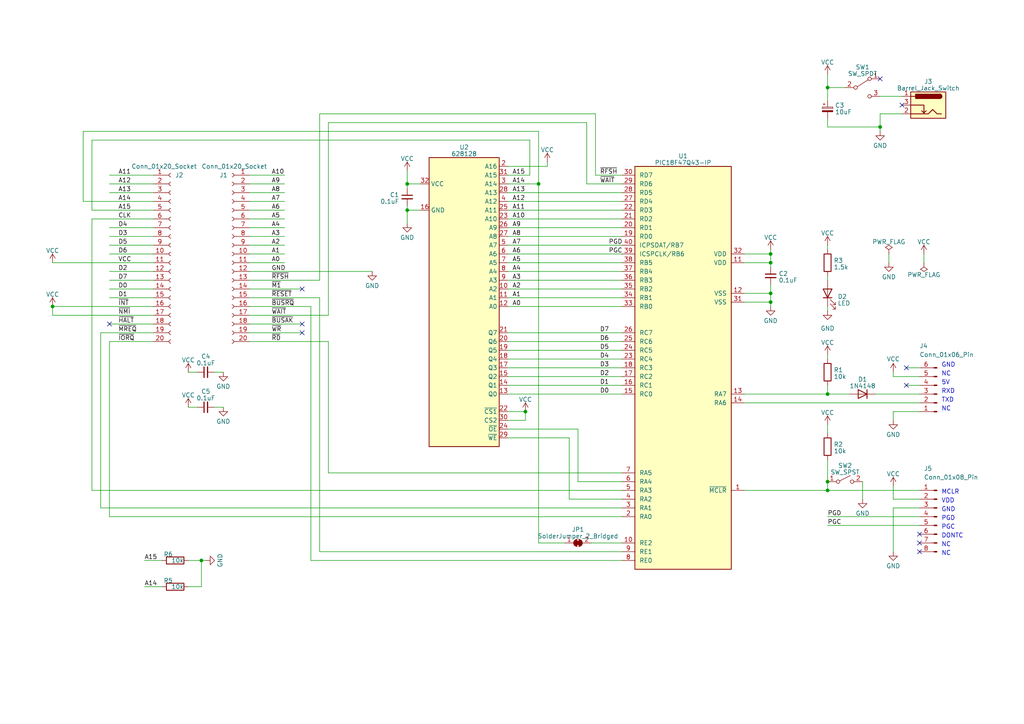
<source format=kicad_sch>
(kicad_sch (version 20230121) (generator eeschema)

  (uuid e6d6b00c-3eac-46b2-864a-d30920c7bbcf)

  (paper "A4")

  (lib_symbols
    (symbol "0-local:628128_DIP32" (in_bom yes) (on_board yes)
      (property "Reference" "U" (at -10.16 40.64 0)
        (effects (font (size 1.27 1.27)) (justify left bottom))
      )
      (property "Value" "628128" (at 2.54 43.18 0)
        (effects (font (size 1.27 1.27)) (justify left bottom))
      )
      (property "Footprint" "" (at 0 -5.08 0)
        (effects (font (size 1.27 1.27)) hide)
      )
      (property "Datasheet" "http://www.futurlec.com/Datasheet/Memory/628128.pdf" (at 0 2.54 0)
        (effects (font (size 1.27 1.27)) hide)
      )
      (property "ki_keywords" "RAM SRAM CMOS MEMORY" (at 0 0 0)
        (effects (font (size 1.27 1.27)) hide)
      )
      (property "ki_description" "128K x 8 High-Speed CMOS Static RAM, 55/70ns, DIP-32/SSOP-32" (at 0 0 0)
        (effects (font (size 1.27 1.27)) hide)
      )
      (property "ki_fp_filters" "DIP*W15.24mm* SSOP*11.305x20.495mm*P1.27mm*" (at 0 0 0)
        (effects (font (size 1.27 1.27)) hide)
      )
      (symbol "628128_DIP32_0_0"
        (pin power_in line (at -12.7 27.94 0) (length 2.54)
          (name "GND" (effects (font (size 1.27 1.27))))
          (number "16" (effects (font (size 1.27 1.27))))
        )
        (pin power_in line (at -12.7 35.56 0) (length 2.54)
          (name "VCC" (effects (font (size 1.27 1.27))))
          (number "32" (effects (font (size 1.27 1.27))))
        )
      )
      (symbol "628128_DIP32_0_1"
        (rectangle (start -10.16 43.18) (end 10.16 -40.64)
          (stroke (width 0.254) (type default))
          (fill (type background))
        )
      )
      (symbol "628128_DIP32_1_1"
        (pin no_connect line (at 10.16 -20.32 180) (length 2.54) hide
          (name "NC" (effects (font (size 1.27 1.27))))
          (number "1" (effects (font (size 1.27 1.27))))
        )
        (pin input line (at 12.7 5.08 180) (length 2.54)
          (name "A2" (effects (font (size 1.27 1.27))))
          (number "10" (effects (font (size 1.27 1.27))))
        )
        (pin input line (at 12.7 2.54 180) (length 2.54)
          (name "A1" (effects (font (size 1.27 1.27))))
          (number "11" (effects (font (size 1.27 1.27))))
        )
        (pin input line (at 12.7 0 180) (length 2.54)
          (name "A0" (effects (font (size 1.27 1.27))))
          (number "12" (effects (font (size 1.27 1.27))))
        )
        (pin tri_state line (at 12.7 -25.4 180) (length 2.54)
          (name "Q0" (effects (font (size 1.27 1.27))))
          (number "13" (effects (font (size 1.27 1.27))))
        )
        (pin tri_state line (at 12.7 -22.86 180) (length 2.54)
          (name "Q1" (effects (font (size 1.27 1.27))))
          (number "14" (effects (font (size 1.27 1.27))))
        )
        (pin tri_state line (at 12.7 -20.32 180) (length 2.54)
          (name "Q2" (effects (font (size 1.27 1.27))))
          (number "15" (effects (font (size 1.27 1.27))))
        )
        (pin tri_state line (at 12.7 -17.78 180) (length 2.54)
          (name "Q3" (effects (font (size 1.27 1.27))))
          (number "17" (effects (font (size 1.27 1.27))))
        )
        (pin tri_state line (at 12.7 -15.24 180) (length 2.54)
          (name "Q4" (effects (font (size 1.27 1.27))))
          (number "18" (effects (font (size 1.27 1.27))))
        )
        (pin tri_state line (at 12.7 -12.7 180) (length 2.54)
          (name "Q5" (effects (font (size 1.27 1.27))))
          (number "19" (effects (font (size 1.27 1.27))))
        )
        (pin input line (at 12.7 40.64 180) (length 2.54)
          (name "A16" (effects (font (size 1.27 1.27))))
          (number "2" (effects (font (size 1.27 1.27))))
        )
        (pin tri_state line (at 12.7 -10.16 180) (length 2.54)
          (name "Q6" (effects (font (size 1.27 1.27))))
          (number "20" (effects (font (size 1.27 1.27))))
        )
        (pin tri_state line (at 12.7 -7.62 180) (length 2.54)
          (name "Q7" (effects (font (size 1.27 1.27))))
          (number "21" (effects (font (size 1.27 1.27))))
        )
        (pin input line (at 12.7 -30.48 180) (length 2.54)
          (name "~{CS1}" (effects (font (size 1.27 1.27))))
          (number "22" (effects (font (size 1.27 1.27))))
        )
        (pin input line (at 12.7 25.4 180) (length 2.54)
          (name "A10" (effects (font (size 1.27 1.27))))
          (number "23" (effects (font (size 1.27 1.27))))
        )
        (pin input line (at 12.7 -35.56 180) (length 2.54)
          (name "~{OE}" (effects (font (size 1.27 1.27))))
          (number "24" (effects (font (size 1.27 1.27))))
        )
        (pin input line (at 12.7 27.94 180) (length 2.54)
          (name "A11" (effects (font (size 1.27 1.27))))
          (number "25" (effects (font (size 1.27 1.27))))
        )
        (pin input line (at 12.7 22.86 180) (length 2.54)
          (name "A9" (effects (font (size 1.27 1.27))))
          (number "26" (effects (font (size 1.27 1.27))))
        )
        (pin input line (at 12.7 20.32 180) (length 2.54)
          (name "A8" (effects (font (size 1.27 1.27))))
          (number "27" (effects (font (size 1.27 1.27))))
        )
        (pin input line (at 12.7 33.02 180) (length 2.54)
          (name "A13" (effects (font (size 1.27 1.27))))
          (number "28" (effects (font (size 1.27 1.27))))
        )
        (pin input line (at 12.7 -38.1 180) (length 2.54)
          (name "~{WE}" (effects (font (size 1.27 1.27))))
          (number "29" (effects (font (size 1.27 1.27))))
        )
        (pin input line (at 12.7 35.56 180) (length 2.54)
          (name "A14" (effects (font (size 1.27 1.27))))
          (number "3" (effects (font (size 1.27 1.27))))
        )
        (pin input line (at 12.7 -33.02 180) (length 2.54)
          (name "CS2" (effects (font (size 1.27 1.27))))
          (number "30" (effects (font (size 1.27 1.27))))
        )
        (pin input line (at 12.7 38.1 180) (length 2.54)
          (name "A15" (effects (font (size 1.27 1.27))))
          (number "31" (effects (font (size 1.27 1.27))))
        )
        (pin input line (at 12.7 30.48 180) (length 2.54)
          (name "A12" (effects (font (size 1.27 1.27))))
          (number "4" (effects (font (size 1.27 1.27))))
        )
        (pin input line (at 12.7 17.78 180) (length 2.54)
          (name "A7" (effects (font (size 1.27 1.27))))
          (number "5" (effects (font (size 1.27 1.27))))
        )
        (pin input line (at 12.7 15.24 180) (length 2.54)
          (name "A6" (effects (font (size 1.27 1.27))))
          (number "6" (effects (font (size 1.27 1.27))))
        )
        (pin input line (at 12.7 12.7 180) (length 2.54)
          (name "A5" (effects (font (size 1.27 1.27))))
          (number "7" (effects (font (size 1.27 1.27))))
        )
        (pin input line (at 12.7 10.16 180) (length 2.54)
          (name "A4" (effects (font (size 1.27 1.27))))
          (number "8" (effects (font (size 1.27 1.27))))
        )
        (pin input line (at 12.7 7.62 180) (length 2.54)
          (name "A3" (effects (font (size 1.27 1.27))))
          (number "9" (effects (font (size 1.27 1.27))))
        )
      )
    )
    (symbol "0-local:PIC18F47Q43-IP_AA" (pin_names (offset 1.27)) (in_bom yes) (on_board yes)
      (property "Reference" "U" (at 3.81 43.18 0)
        (effects (font (size 1.27 1.27)))
      )
      (property "Value" "PIC18F47Q43-IP" (at 0 -40.64 0)
        (effects (font (size 1.27 1.27)))
      )
      (property "Footprint" "Package_DIP:DIP-40_W15.24mm" (at -2.54 8.89 0)
        (effects (font (size 1.27 1.27) italic) hide)
      )
      (property "Datasheet" "http://ww1.microchip.com/downloads/en/DeviceDoc/39760d.pdf" (at -2.54 2.54 0)
        (effects (font (size 1.27 1.27)) hide)
      )
      (property "ki_keywords" "Flash-Based 8-Bit Microcontroller XLP" (at 0 0 0)
        (effects (font (size 1.27 1.27)) hide)
      )
      (property "ki_description" "128K Flash, 8K SRAM, nanoWatt XLP, PDIP40" (at 0 0 0)
        (effects (font (size 1.27 1.27)) hide)
      )
      (property "ki_fp_filters" "DIP*W15.24mm* PDIP*W15.24mm*" (at 0 0 0)
        (effects (font (size 1.27 1.27)) hide)
      )
      (symbol "PIC18F47Q43-IP_AA_0_1"
        (rectangle (start -15.24 57.15) (end 12.7 -59.69)
          (stroke (width 0.254) (type default))
          (fill (type background))
        )
      )
      (symbol "PIC18F47Q43-IP_AA_1_1"
        (pin input line (at 16.51 -36.83 180) (length 3.81)
          (name "~{MCLR}" (effects (font (size 1.27 1.27))))
          (number "1" (effects (font (size 1.27 1.27))))
        )
        (pin bidirectional line (at -19.05 -52.07 0) (length 3.81)
          (name "RE2" (effects (font (size 1.27 1.27))))
          (number "10" (effects (font (size 1.27 1.27))))
        )
        (pin power_in line (at 16.51 29.21 180) (length 3.81)
          (name "VDD" (effects (font (size 1.27 1.27))))
          (number "11" (effects (font (size 1.27 1.27))))
        )
        (pin power_in line (at 16.51 20.32 180) (length 3.81)
          (name "VSS" (effects (font (size 1.27 1.27))))
          (number "12" (effects (font (size 1.27 1.27))))
        )
        (pin input line (at 16.51 -8.89 180) (length 3.81)
          (name "RA7" (effects (font (size 1.27 1.27))))
          (number "13" (effects (font (size 1.27 1.27))))
        )
        (pin output line (at 16.51 -11.43 180) (length 3.81)
          (name "RA6" (effects (font (size 1.27 1.27))))
          (number "14" (effects (font (size 1.27 1.27))))
        )
        (pin bidirectional line (at -19.05 -8.89 0) (length 3.81)
          (name "RC0" (effects (font (size 1.27 1.27))))
          (number "15" (effects (font (size 1.27 1.27))))
        )
        (pin bidirectional line (at -19.05 -6.35 0) (length 3.81)
          (name "RC1" (effects (font (size 1.27 1.27))))
          (number "16" (effects (font (size 1.27 1.27))))
        )
        (pin bidirectional line (at -19.05 -3.81 0) (length 3.81)
          (name "RC2" (effects (font (size 1.27 1.27))))
          (number "17" (effects (font (size 1.27 1.27))))
        )
        (pin bidirectional line (at -19.05 -1.27 0) (length 3.81)
          (name "RC3" (effects (font (size 1.27 1.27))))
          (number "18" (effects (font (size 1.27 1.27))))
        )
        (pin bidirectional line (at -19.05 36.83 0) (length 3.81)
          (name "RD0" (effects (font (size 1.27 1.27))))
          (number "19" (effects (font (size 1.27 1.27))))
        )
        (pin bidirectional line (at -19.05 -44.45 0) (length 3.81)
          (name "RA0" (effects (font (size 1.27 1.27))))
          (number "2" (effects (font (size 1.27 1.27))))
        )
        (pin bidirectional line (at -19.05 39.37 0) (length 3.81)
          (name "RD1" (effects (font (size 1.27 1.27))))
          (number "20" (effects (font (size 1.27 1.27))))
        )
        (pin bidirectional line (at -19.05 41.91 0) (length 3.81)
          (name "RD2" (effects (font (size 1.27 1.27))))
          (number "21" (effects (font (size 1.27 1.27))))
        )
        (pin bidirectional line (at -19.05 44.45 0) (length 3.81)
          (name "RD3" (effects (font (size 1.27 1.27))))
          (number "22" (effects (font (size 1.27 1.27))))
        )
        (pin bidirectional line (at -19.05 1.27 0) (length 3.81)
          (name "RC4" (effects (font (size 1.27 1.27))))
          (number "23" (effects (font (size 1.27 1.27))))
        )
        (pin bidirectional line (at -19.05 3.81 0) (length 3.81)
          (name "RC5" (effects (font (size 1.27 1.27))))
          (number "24" (effects (font (size 1.27 1.27))))
        )
        (pin bidirectional line (at -19.05 6.35 0) (length 3.81)
          (name "RC6" (effects (font (size 1.27 1.27))))
          (number "25" (effects (font (size 1.27 1.27))))
        )
        (pin bidirectional line (at -19.05 8.89 0) (length 3.81)
          (name "RC7" (effects (font (size 1.27 1.27))))
          (number "26" (effects (font (size 1.27 1.27))))
        )
        (pin bidirectional line (at -19.05 46.99 0) (length 3.81)
          (name "RD4" (effects (font (size 1.27 1.27))))
          (number "27" (effects (font (size 1.27 1.27))))
        )
        (pin bidirectional line (at -19.05 49.53 0) (length 3.81)
          (name "RD5" (effects (font (size 1.27 1.27))))
          (number "28" (effects (font (size 1.27 1.27))))
        )
        (pin bidirectional line (at -19.05 52.07 0) (length 3.81)
          (name "RD6" (effects (font (size 1.27 1.27))))
          (number "29" (effects (font (size 1.27 1.27))))
        )
        (pin bidirectional line (at -19.05 -41.91 0) (length 3.81)
          (name "RA1" (effects (font (size 1.27 1.27))))
          (number "3" (effects (font (size 1.27 1.27))))
        )
        (pin bidirectional line (at -19.05 54.61 0) (length 3.81)
          (name "RD7" (effects (font (size 1.27 1.27))))
          (number "30" (effects (font (size 1.27 1.27))))
        )
        (pin power_in line (at 16.51 17.78 180) (length 3.81)
          (name "VSS" (effects (font (size 1.27 1.27))))
          (number "31" (effects (font (size 1.27 1.27))))
        )
        (pin power_in line (at 16.51 31.75 180) (length 3.81)
          (name "VDD" (effects (font (size 1.27 1.27))))
          (number "32" (effects (font (size 1.27 1.27))))
        )
        (pin bidirectional line (at -19.05 16.51 0) (length 3.81)
          (name "RB0" (effects (font (size 1.27 1.27))))
          (number "33" (effects (font (size 1.27 1.27))))
        )
        (pin bidirectional line (at -19.05 19.05 0) (length 3.81)
          (name "RB1" (effects (font (size 1.27 1.27))))
          (number "34" (effects (font (size 1.27 1.27))))
        )
        (pin bidirectional line (at -19.05 21.59 0) (length 3.81)
          (name "RB2" (effects (font (size 1.27 1.27))))
          (number "35" (effects (font (size 1.27 1.27))))
        )
        (pin bidirectional line (at -19.05 24.13 0) (length 3.81)
          (name "RB3" (effects (font (size 1.27 1.27))))
          (number "36" (effects (font (size 1.27 1.27))))
        )
        (pin bidirectional line (at -19.05 26.67 0) (length 3.81)
          (name "RB4" (effects (font (size 1.27 1.27))))
          (number "37" (effects (font (size 1.27 1.27))))
        )
        (pin bidirectional line (at -19.05 29.21 0) (length 3.81)
          (name "RB5" (effects (font (size 1.27 1.27))))
          (number "38" (effects (font (size 1.27 1.27))))
        )
        (pin bidirectional line (at -19.05 31.75 0) (length 3.81)
          (name "ICSPCLK/RB6" (effects (font (size 1.27 1.27))))
          (number "39" (effects (font (size 1.27 1.27))))
        )
        (pin bidirectional line (at -19.05 -39.37 0) (length 3.81)
          (name "RA2" (effects (font (size 1.27 1.27))))
          (number "4" (effects (font (size 1.27 1.27))))
        )
        (pin bidirectional line (at -19.05 34.29 0) (length 3.81)
          (name "ICPSDAT/RB7" (effects (font (size 1.27 1.27))))
          (number "40" (effects (font (size 1.27 1.27))))
        )
        (pin bidirectional line (at -19.05 -36.83 0) (length 3.81)
          (name "RA3" (effects (font (size 1.27 1.27))))
          (number "5" (effects (font (size 1.27 1.27))))
        )
        (pin bidirectional line (at -19.05 -34.29 0) (length 3.81)
          (name "RA4" (effects (font (size 1.27 1.27))))
          (number "6" (effects (font (size 1.27 1.27))))
        )
        (pin bidirectional line (at -19.05 -31.75 0) (length 3.81)
          (name "RA5" (effects (font (size 1.27 1.27))))
          (number "7" (effects (font (size 1.27 1.27))))
        )
        (pin bidirectional line (at -19.05 -57.15 0) (length 3.81)
          (name "RE0" (effects (font (size 1.27 1.27))))
          (number "8" (effects (font (size 1.27 1.27))))
        )
        (pin bidirectional line (at -19.05 -54.61 0) (length 3.81)
          (name "RE1" (effects (font (size 1.27 1.27))))
          (number "9" (effects (font (size 1.27 1.27))))
        )
      )
    )
    (symbol "Connector:Barrel_Jack_Switch" (pin_names hide) (in_bom yes) (on_board yes)
      (property "Reference" "J" (at 0 5.334 0)
        (effects (font (size 1.27 1.27)))
      )
      (property "Value" "Barrel_Jack_Switch" (at 0 -5.08 0)
        (effects (font (size 1.27 1.27)))
      )
      (property "Footprint" "" (at 1.27 -1.016 0)
        (effects (font (size 1.27 1.27)) hide)
      )
      (property "Datasheet" "~" (at 1.27 -1.016 0)
        (effects (font (size 1.27 1.27)) hide)
      )
      (property "ki_keywords" "DC power barrel jack connector" (at 0 0 0)
        (effects (font (size 1.27 1.27)) hide)
      )
      (property "ki_description" "DC Barrel Jack with an internal switch" (at 0 0 0)
        (effects (font (size 1.27 1.27)) hide)
      )
      (property "ki_fp_filters" "BarrelJack*" (at 0 0 0)
        (effects (font (size 1.27 1.27)) hide)
      )
      (symbol "Barrel_Jack_Switch_0_1"
        (rectangle (start -5.08 3.81) (end 5.08 -3.81)
          (stroke (width 0.254) (type default))
          (fill (type background))
        )
        (arc (start -3.302 3.175) (mid -3.9343 2.54) (end -3.302 1.905)
          (stroke (width 0.254) (type default))
          (fill (type none))
        )
        (arc (start -3.302 3.175) (mid -3.9343 2.54) (end -3.302 1.905)
          (stroke (width 0.254) (type default))
          (fill (type outline))
        )
        (polyline
          (pts
            (xy 1.27 -2.286)
            (xy 1.905 -1.651)
          )
          (stroke (width 0.254) (type default))
          (fill (type none))
        )
        (polyline
          (pts
            (xy 5.08 2.54)
            (xy 3.81 2.54)
          )
          (stroke (width 0.254) (type default))
          (fill (type none))
        )
        (polyline
          (pts
            (xy 5.08 0)
            (xy 1.27 0)
            (xy 1.27 -2.286)
            (xy 0.635 -1.651)
          )
          (stroke (width 0.254) (type default))
          (fill (type none))
        )
        (polyline
          (pts
            (xy -3.81 -2.54)
            (xy -2.54 -2.54)
            (xy -1.27 -1.27)
            (xy 0 -2.54)
            (xy 2.54 -2.54)
            (xy 5.08 -2.54)
          )
          (stroke (width 0.254) (type default))
          (fill (type none))
        )
        (rectangle (start 3.683 3.175) (end -3.302 1.905)
          (stroke (width 0.254) (type default))
          (fill (type outline))
        )
      )
      (symbol "Barrel_Jack_Switch_1_1"
        (pin passive line (at 7.62 2.54 180) (length 2.54)
          (name "~" (effects (font (size 1.27 1.27))))
          (number "1" (effects (font (size 1.27 1.27))))
        )
        (pin passive line (at 7.62 -2.54 180) (length 2.54)
          (name "~" (effects (font (size 1.27 1.27))))
          (number "2" (effects (font (size 1.27 1.27))))
        )
        (pin passive line (at 7.62 0 180) (length 2.54)
          (name "~" (effects (font (size 1.27 1.27))))
          (number "3" (effects (font (size 1.27 1.27))))
        )
      )
    )
    (symbol "Connector:Conn_01x06_Pin" (pin_names (offset 1.016) hide) (in_bom yes) (on_board yes)
      (property "Reference" "J" (at 0 7.62 0)
        (effects (font (size 1.27 1.27)))
      )
      (property "Value" "Conn_01x06_Pin" (at 0 -10.16 0)
        (effects (font (size 1.27 1.27)))
      )
      (property "Footprint" "" (at 0 0 0)
        (effects (font (size 1.27 1.27)) hide)
      )
      (property "Datasheet" "~" (at 0 0 0)
        (effects (font (size 1.27 1.27)) hide)
      )
      (property "ki_locked" "" (at 0 0 0)
        (effects (font (size 1.27 1.27)))
      )
      (property "ki_keywords" "connector" (at 0 0 0)
        (effects (font (size 1.27 1.27)) hide)
      )
      (property "ki_description" "Generic connector, single row, 01x06, script generated" (at 0 0 0)
        (effects (font (size 1.27 1.27)) hide)
      )
      (property "ki_fp_filters" "Connector*:*_1x??_*" (at 0 0 0)
        (effects (font (size 1.27 1.27)) hide)
      )
      (symbol "Conn_01x06_Pin_1_1"
        (polyline
          (pts
            (xy 1.27 -7.62)
            (xy 0.8636 -7.62)
          )
          (stroke (width 0.1524) (type default))
          (fill (type none))
        )
        (polyline
          (pts
            (xy 1.27 -5.08)
            (xy 0.8636 -5.08)
          )
          (stroke (width 0.1524) (type default))
          (fill (type none))
        )
        (polyline
          (pts
            (xy 1.27 -2.54)
            (xy 0.8636 -2.54)
          )
          (stroke (width 0.1524) (type default))
          (fill (type none))
        )
        (polyline
          (pts
            (xy 1.27 0)
            (xy 0.8636 0)
          )
          (stroke (width 0.1524) (type default))
          (fill (type none))
        )
        (polyline
          (pts
            (xy 1.27 2.54)
            (xy 0.8636 2.54)
          )
          (stroke (width 0.1524) (type default))
          (fill (type none))
        )
        (polyline
          (pts
            (xy 1.27 5.08)
            (xy 0.8636 5.08)
          )
          (stroke (width 0.1524) (type default))
          (fill (type none))
        )
        (rectangle (start 0.8636 -7.493) (end 0 -7.747)
          (stroke (width 0.1524) (type default))
          (fill (type outline))
        )
        (rectangle (start 0.8636 -4.953) (end 0 -5.207)
          (stroke (width 0.1524) (type default))
          (fill (type outline))
        )
        (rectangle (start 0.8636 -2.413) (end 0 -2.667)
          (stroke (width 0.1524) (type default))
          (fill (type outline))
        )
        (rectangle (start 0.8636 0.127) (end 0 -0.127)
          (stroke (width 0.1524) (type default))
          (fill (type outline))
        )
        (rectangle (start 0.8636 2.667) (end 0 2.413)
          (stroke (width 0.1524) (type default))
          (fill (type outline))
        )
        (rectangle (start 0.8636 5.207) (end 0 4.953)
          (stroke (width 0.1524) (type default))
          (fill (type outline))
        )
        (pin passive line (at 5.08 5.08 180) (length 3.81)
          (name "Pin_1" (effects (font (size 1.27 1.27))))
          (number "1" (effects (font (size 1.27 1.27))))
        )
        (pin passive line (at 5.08 2.54 180) (length 3.81)
          (name "Pin_2" (effects (font (size 1.27 1.27))))
          (number "2" (effects (font (size 1.27 1.27))))
        )
        (pin passive line (at 5.08 0 180) (length 3.81)
          (name "Pin_3" (effects (font (size 1.27 1.27))))
          (number "3" (effects (font (size 1.27 1.27))))
        )
        (pin passive line (at 5.08 -2.54 180) (length 3.81)
          (name "Pin_4" (effects (font (size 1.27 1.27))))
          (number "4" (effects (font (size 1.27 1.27))))
        )
        (pin passive line (at 5.08 -5.08 180) (length 3.81)
          (name "Pin_5" (effects (font (size 1.27 1.27))))
          (number "5" (effects (font (size 1.27 1.27))))
        )
        (pin passive line (at 5.08 -7.62 180) (length 3.81)
          (name "Pin_6" (effects (font (size 1.27 1.27))))
          (number "6" (effects (font (size 1.27 1.27))))
        )
      )
    )
    (symbol "Connector:Conn_01x08_Pin" (pin_names (offset 1.016) hide) (in_bom yes) (on_board yes)
      (property "Reference" "J" (at 0 10.16 0)
        (effects (font (size 1.27 1.27)))
      )
      (property "Value" "Conn_01x08_Pin" (at 0 -12.7 0)
        (effects (font (size 1.27 1.27)))
      )
      (property "Footprint" "" (at 0 0 0)
        (effects (font (size 1.27 1.27)) hide)
      )
      (property "Datasheet" "~" (at 0 0 0)
        (effects (font (size 1.27 1.27)) hide)
      )
      (property "ki_locked" "" (at 0 0 0)
        (effects (font (size 1.27 1.27)))
      )
      (property "ki_keywords" "connector" (at 0 0 0)
        (effects (font (size 1.27 1.27)) hide)
      )
      (property "ki_description" "Generic connector, single row, 01x08, script generated" (at 0 0 0)
        (effects (font (size 1.27 1.27)) hide)
      )
      (property "ki_fp_filters" "Connector*:*_1x??_*" (at 0 0 0)
        (effects (font (size 1.27 1.27)) hide)
      )
      (symbol "Conn_01x08_Pin_1_1"
        (polyline
          (pts
            (xy 1.27 -10.16)
            (xy 0.8636 -10.16)
          )
          (stroke (width 0.1524) (type default))
          (fill (type none))
        )
        (polyline
          (pts
            (xy 1.27 -7.62)
            (xy 0.8636 -7.62)
          )
          (stroke (width 0.1524) (type default))
          (fill (type none))
        )
        (polyline
          (pts
            (xy 1.27 -5.08)
            (xy 0.8636 -5.08)
          )
          (stroke (width 0.1524) (type default))
          (fill (type none))
        )
        (polyline
          (pts
            (xy 1.27 -2.54)
            (xy 0.8636 -2.54)
          )
          (stroke (width 0.1524) (type default))
          (fill (type none))
        )
        (polyline
          (pts
            (xy 1.27 0)
            (xy 0.8636 0)
          )
          (stroke (width 0.1524) (type default))
          (fill (type none))
        )
        (polyline
          (pts
            (xy 1.27 2.54)
            (xy 0.8636 2.54)
          )
          (stroke (width 0.1524) (type default))
          (fill (type none))
        )
        (polyline
          (pts
            (xy 1.27 5.08)
            (xy 0.8636 5.08)
          )
          (stroke (width 0.1524) (type default))
          (fill (type none))
        )
        (polyline
          (pts
            (xy 1.27 7.62)
            (xy 0.8636 7.62)
          )
          (stroke (width 0.1524) (type default))
          (fill (type none))
        )
        (rectangle (start 0.8636 -10.033) (end 0 -10.287)
          (stroke (width 0.1524) (type default))
          (fill (type outline))
        )
        (rectangle (start 0.8636 -7.493) (end 0 -7.747)
          (stroke (width 0.1524) (type default))
          (fill (type outline))
        )
        (rectangle (start 0.8636 -4.953) (end 0 -5.207)
          (stroke (width 0.1524) (type default))
          (fill (type outline))
        )
        (rectangle (start 0.8636 -2.413) (end 0 -2.667)
          (stroke (width 0.1524) (type default))
          (fill (type outline))
        )
        (rectangle (start 0.8636 0.127) (end 0 -0.127)
          (stroke (width 0.1524) (type default))
          (fill (type outline))
        )
        (rectangle (start 0.8636 2.667) (end 0 2.413)
          (stroke (width 0.1524) (type default))
          (fill (type outline))
        )
        (rectangle (start 0.8636 5.207) (end 0 4.953)
          (stroke (width 0.1524) (type default))
          (fill (type outline))
        )
        (rectangle (start 0.8636 7.747) (end 0 7.493)
          (stroke (width 0.1524) (type default))
          (fill (type outline))
        )
        (pin passive line (at 5.08 7.62 180) (length 3.81)
          (name "Pin_1" (effects (font (size 1.27 1.27))))
          (number "1" (effects (font (size 1.27 1.27))))
        )
        (pin passive line (at 5.08 5.08 180) (length 3.81)
          (name "Pin_2" (effects (font (size 1.27 1.27))))
          (number "2" (effects (font (size 1.27 1.27))))
        )
        (pin passive line (at 5.08 2.54 180) (length 3.81)
          (name "Pin_3" (effects (font (size 1.27 1.27))))
          (number "3" (effects (font (size 1.27 1.27))))
        )
        (pin passive line (at 5.08 0 180) (length 3.81)
          (name "Pin_4" (effects (font (size 1.27 1.27))))
          (number "4" (effects (font (size 1.27 1.27))))
        )
        (pin passive line (at 5.08 -2.54 180) (length 3.81)
          (name "Pin_5" (effects (font (size 1.27 1.27))))
          (number "5" (effects (font (size 1.27 1.27))))
        )
        (pin passive line (at 5.08 -5.08 180) (length 3.81)
          (name "Pin_6" (effects (font (size 1.27 1.27))))
          (number "6" (effects (font (size 1.27 1.27))))
        )
        (pin passive line (at 5.08 -7.62 180) (length 3.81)
          (name "Pin_7" (effects (font (size 1.27 1.27))))
          (number "7" (effects (font (size 1.27 1.27))))
        )
        (pin passive line (at 5.08 -10.16 180) (length 3.81)
          (name "Pin_8" (effects (font (size 1.27 1.27))))
          (number "8" (effects (font (size 1.27 1.27))))
        )
      )
    )
    (symbol "Connector:Conn_01x20_Socket" (pin_names (offset 1.016) hide) (in_bom yes) (on_board yes)
      (property "Reference" "J" (at 0 25.4 0)
        (effects (font (size 1.27 1.27)))
      )
      (property "Value" "Conn_01x20_Socket" (at 0 -27.94 0)
        (effects (font (size 1.27 1.27)))
      )
      (property "Footprint" "" (at 0 0 0)
        (effects (font (size 1.27 1.27)) hide)
      )
      (property "Datasheet" "~" (at 0 0 0)
        (effects (font (size 1.27 1.27)) hide)
      )
      (property "ki_locked" "" (at 0 0 0)
        (effects (font (size 1.27 1.27)))
      )
      (property "ki_keywords" "connector" (at 0 0 0)
        (effects (font (size 1.27 1.27)) hide)
      )
      (property "ki_description" "Generic connector, single row, 01x20, script generated" (at 0 0 0)
        (effects (font (size 1.27 1.27)) hide)
      )
      (property "ki_fp_filters" "Connector*:*_1x??_*" (at 0 0 0)
        (effects (font (size 1.27 1.27)) hide)
      )
      (symbol "Conn_01x20_Socket_1_1"
        (arc (start 0 -24.892) (mid -0.5058 -25.4) (end 0 -25.908)
          (stroke (width 0.1524) (type default))
          (fill (type none))
        )
        (arc (start 0 -22.352) (mid -0.5058 -22.86) (end 0 -23.368)
          (stroke (width 0.1524) (type default))
          (fill (type none))
        )
        (arc (start 0 -19.812) (mid -0.5058 -20.32) (end 0 -20.828)
          (stroke (width 0.1524) (type default))
          (fill (type none))
        )
        (arc (start 0 -17.272) (mid -0.5058 -17.78) (end 0 -18.288)
          (stroke (width 0.1524) (type default))
          (fill (type none))
        )
        (arc (start 0 -14.732) (mid -0.5058 -15.24) (end 0 -15.748)
          (stroke (width 0.1524) (type default))
          (fill (type none))
        )
        (arc (start 0 -12.192) (mid -0.5058 -12.7) (end 0 -13.208)
          (stroke (width 0.1524) (type default))
          (fill (type none))
        )
        (arc (start 0 -9.652) (mid -0.5058 -10.16) (end 0 -10.668)
          (stroke (width 0.1524) (type default))
          (fill (type none))
        )
        (arc (start 0 -7.112) (mid -0.5058 -7.62) (end 0 -8.128)
          (stroke (width 0.1524) (type default))
          (fill (type none))
        )
        (arc (start 0 -4.572) (mid -0.5058 -5.08) (end 0 -5.588)
          (stroke (width 0.1524) (type default))
          (fill (type none))
        )
        (arc (start 0 -2.032) (mid -0.5058 -2.54) (end 0 -3.048)
          (stroke (width 0.1524) (type default))
          (fill (type none))
        )
        (polyline
          (pts
            (xy -1.27 -25.4)
            (xy -0.508 -25.4)
          )
          (stroke (width 0.1524) (type default))
          (fill (type none))
        )
        (polyline
          (pts
            (xy -1.27 -22.86)
            (xy -0.508 -22.86)
          )
          (stroke (width 0.1524) (type default))
          (fill (type none))
        )
        (polyline
          (pts
            (xy -1.27 -20.32)
            (xy -0.508 -20.32)
          )
          (stroke (width 0.1524) (type default))
          (fill (type none))
        )
        (polyline
          (pts
            (xy -1.27 -17.78)
            (xy -0.508 -17.78)
          )
          (stroke (width 0.1524) (type default))
          (fill (type none))
        )
        (polyline
          (pts
            (xy -1.27 -15.24)
            (xy -0.508 -15.24)
          )
          (stroke (width 0.1524) (type default))
          (fill (type none))
        )
        (polyline
          (pts
            (xy -1.27 -12.7)
            (xy -0.508 -12.7)
          )
          (stroke (width 0.1524) (type default))
          (fill (type none))
        )
        (polyline
          (pts
            (xy -1.27 -10.16)
            (xy -0.508 -10.16)
          )
          (stroke (width 0.1524) (type default))
          (fill (type none))
        )
        (polyline
          (pts
            (xy -1.27 -7.62)
            (xy -0.508 -7.62)
          )
          (stroke (width 0.1524) (type default))
          (fill (type none))
        )
        (polyline
          (pts
            (xy -1.27 -5.08)
            (xy -0.508 -5.08)
          )
          (stroke (width 0.1524) (type default))
          (fill (type none))
        )
        (polyline
          (pts
            (xy -1.27 -2.54)
            (xy -0.508 -2.54)
          )
          (stroke (width 0.1524) (type default))
          (fill (type none))
        )
        (polyline
          (pts
            (xy -1.27 0)
            (xy -0.508 0)
          )
          (stroke (width 0.1524) (type default))
          (fill (type none))
        )
        (polyline
          (pts
            (xy -1.27 2.54)
            (xy -0.508 2.54)
          )
          (stroke (width 0.1524) (type default))
          (fill (type none))
        )
        (polyline
          (pts
            (xy -1.27 5.08)
            (xy -0.508 5.08)
          )
          (stroke (width 0.1524) (type default))
          (fill (type none))
        )
        (polyline
          (pts
            (xy -1.27 7.62)
            (xy -0.508 7.62)
          )
          (stroke (width 0.1524) (type default))
          (fill (type none))
        )
        (polyline
          (pts
            (xy -1.27 10.16)
            (xy -0.508 10.16)
          )
          (stroke (width 0.1524) (type default))
          (fill (type none))
        )
        (polyline
          (pts
            (xy -1.27 12.7)
            (xy -0.508 12.7)
          )
          (stroke (width 0.1524) (type default))
          (fill (type none))
        )
        (polyline
          (pts
            (xy -1.27 15.24)
            (xy -0.508 15.24)
          )
          (stroke (width 0.1524) (type default))
          (fill (type none))
        )
        (polyline
          (pts
            (xy -1.27 17.78)
            (xy -0.508 17.78)
          )
          (stroke (width 0.1524) (type default))
          (fill (type none))
        )
        (polyline
          (pts
            (xy -1.27 20.32)
            (xy -0.508 20.32)
          )
          (stroke (width 0.1524) (type default))
          (fill (type none))
        )
        (polyline
          (pts
            (xy -1.27 22.86)
            (xy -0.508 22.86)
          )
          (stroke (width 0.1524) (type default))
          (fill (type none))
        )
        (arc (start 0 0.508) (mid -0.5058 0) (end 0 -0.508)
          (stroke (width 0.1524) (type default))
          (fill (type none))
        )
        (arc (start 0 3.048) (mid -0.5058 2.54) (end 0 2.032)
          (stroke (width 0.1524) (type default))
          (fill (type none))
        )
        (arc (start 0 5.588) (mid -0.5058 5.08) (end 0 4.572)
          (stroke (width 0.1524) (type default))
          (fill (type none))
        )
        (arc (start 0 8.128) (mid -0.5058 7.62) (end 0 7.112)
          (stroke (width 0.1524) (type default))
          (fill (type none))
        )
        (arc (start 0 10.668) (mid -0.5058 10.16) (end 0 9.652)
          (stroke (width 0.1524) (type default))
          (fill (type none))
        )
        (arc (start 0 13.208) (mid -0.5058 12.7) (end 0 12.192)
          (stroke (width 0.1524) (type default))
          (fill (type none))
        )
        (arc (start 0 15.748) (mid -0.5058 15.24) (end 0 14.732)
          (stroke (width 0.1524) (type default))
          (fill (type none))
        )
        (arc (start 0 18.288) (mid -0.5058 17.78) (end 0 17.272)
          (stroke (width 0.1524) (type default))
          (fill (type none))
        )
        (arc (start 0 20.828) (mid -0.5058 20.32) (end 0 19.812)
          (stroke (width 0.1524) (type default))
          (fill (type none))
        )
        (arc (start 0 23.368) (mid -0.5058 22.86) (end 0 22.352)
          (stroke (width 0.1524) (type default))
          (fill (type none))
        )
        (pin passive line (at -5.08 22.86 0) (length 3.81)
          (name "Pin_1" (effects (font (size 1.27 1.27))))
          (number "1" (effects (font (size 1.27 1.27))))
        )
        (pin passive line (at -5.08 0 0) (length 3.81)
          (name "Pin_10" (effects (font (size 1.27 1.27))))
          (number "10" (effects (font (size 1.27 1.27))))
        )
        (pin passive line (at -5.08 -2.54 0) (length 3.81)
          (name "Pin_11" (effects (font (size 1.27 1.27))))
          (number "11" (effects (font (size 1.27 1.27))))
        )
        (pin passive line (at -5.08 -5.08 0) (length 3.81)
          (name "Pin_12" (effects (font (size 1.27 1.27))))
          (number "12" (effects (font (size 1.27 1.27))))
        )
        (pin passive line (at -5.08 -7.62 0) (length 3.81)
          (name "Pin_13" (effects (font (size 1.27 1.27))))
          (number "13" (effects (font (size 1.27 1.27))))
        )
        (pin passive line (at -5.08 -10.16 0) (length 3.81)
          (name "Pin_14" (effects (font (size 1.27 1.27))))
          (number "14" (effects (font (size 1.27 1.27))))
        )
        (pin passive line (at -5.08 -12.7 0) (length 3.81)
          (name "Pin_15" (effects (font (size 1.27 1.27))))
          (number "15" (effects (font (size 1.27 1.27))))
        )
        (pin passive line (at -5.08 -15.24 0) (length 3.81)
          (name "Pin_16" (effects (font (size 1.27 1.27))))
          (number "16" (effects (font (size 1.27 1.27))))
        )
        (pin passive line (at -5.08 -17.78 0) (length 3.81)
          (name "Pin_17" (effects (font (size 1.27 1.27))))
          (number "17" (effects (font (size 1.27 1.27))))
        )
        (pin passive line (at -5.08 -20.32 0) (length 3.81)
          (name "Pin_18" (effects (font (size 1.27 1.27))))
          (number "18" (effects (font (size 1.27 1.27))))
        )
        (pin passive line (at -5.08 -22.86 0) (length 3.81)
          (name "Pin_19" (effects (font (size 1.27 1.27))))
          (number "19" (effects (font (size 1.27 1.27))))
        )
        (pin passive line (at -5.08 20.32 0) (length 3.81)
          (name "Pin_2" (effects (font (size 1.27 1.27))))
          (number "2" (effects (font (size 1.27 1.27))))
        )
        (pin passive line (at -5.08 -25.4 0) (length 3.81)
          (name "Pin_20" (effects (font (size 1.27 1.27))))
          (number "20" (effects (font (size 1.27 1.27))))
        )
        (pin passive line (at -5.08 17.78 0) (length 3.81)
          (name "Pin_3" (effects (font (size 1.27 1.27))))
          (number "3" (effects (font (size 1.27 1.27))))
        )
        (pin passive line (at -5.08 15.24 0) (length 3.81)
          (name "Pin_4" (effects (font (size 1.27 1.27))))
          (number "4" (effects (font (size 1.27 1.27))))
        )
        (pin passive line (at -5.08 12.7 0) (length 3.81)
          (name "Pin_5" (effects (font (size 1.27 1.27))))
          (number "5" (effects (font (size 1.27 1.27))))
        )
        (pin passive line (at -5.08 10.16 0) (length 3.81)
          (name "Pin_6" (effects (font (size 1.27 1.27))))
          (number "6" (effects (font (size 1.27 1.27))))
        )
        (pin passive line (at -5.08 7.62 0) (length 3.81)
          (name "Pin_7" (effects (font (size 1.27 1.27))))
          (number "7" (effects (font (size 1.27 1.27))))
        )
        (pin passive line (at -5.08 5.08 0) (length 3.81)
          (name "Pin_8" (effects (font (size 1.27 1.27))))
          (number "8" (effects (font (size 1.27 1.27))))
        )
        (pin passive line (at -5.08 2.54 0) (length 3.81)
          (name "Pin_9" (effects (font (size 1.27 1.27))))
          (number "9" (effects (font (size 1.27 1.27))))
        )
      )
    )
    (symbol "Device:C_Polarized_Small" (pin_numbers hide) (pin_names (offset 0.254) hide) (in_bom yes) (on_board yes)
      (property "Reference" "C" (at 0.254 1.778 0)
        (effects (font (size 1.27 1.27)) (justify left))
      )
      (property "Value" "C_Polarized_Small" (at 0.254 -2.032 0)
        (effects (font (size 1.27 1.27)) (justify left))
      )
      (property "Footprint" "" (at 0 0 0)
        (effects (font (size 1.27 1.27)) hide)
      )
      (property "Datasheet" "~" (at 0 0 0)
        (effects (font (size 1.27 1.27)) hide)
      )
      (property "ki_keywords" "cap capacitor" (at 0 0 0)
        (effects (font (size 1.27 1.27)) hide)
      )
      (property "ki_description" "Polarized capacitor, small symbol" (at 0 0 0)
        (effects (font (size 1.27 1.27)) hide)
      )
      (property "ki_fp_filters" "CP_*" (at 0 0 0)
        (effects (font (size 1.27 1.27)) hide)
      )
      (symbol "C_Polarized_Small_0_1"
        (rectangle (start -1.524 -0.3048) (end 1.524 -0.6858)
          (stroke (width 0) (type default))
          (fill (type outline))
        )
        (rectangle (start -1.524 0.6858) (end 1.524 0.3048)
          (stroke (width 0) (type default))
          (fill (type none))
        )
        (polyline
          (pts
            (xy -1.27 1.524)
            (xy -0.762 1.524)
          )
          (stroke (width 0) (type default))
          (fill (type none))
        )
        (polyline
          (pts
            (xy -1.016 1.27)
            (xy -1.016 1.778)
          )
          (stroke (width 0) (type default))
          (fill (type none))
        )
      )
      (symbol "C_Polarized_Small_1_1"
        (pin passive line (at 0 2.54 270) (length 1.8542)
          (name "~" (effects (font (size 1.27 1.27))))
          (number "1" (effects (font (size 1.27 1.27))))
        )
        (pin passive line (at 0 -2.54 90) (length 1.8542)
          (name "~" (effects (font (size 1.27 1.27))))
          (number "2" (effects (font (size 1.27 1.27))))
        )
      )
    )
    (symbol "Device:C_Small" (pin_numbers hide) (pin_names (offset 0.254) hide) (in_bom yes) (on_board yes)
      (property "Reference" "C" (at 0.254 1.778 0)
        (effects (font (size 1.27 1.27)) (justify left))
      )
      (property "Value" "C_Small" (at 0.254 -2.032 0)
        (effects (font (size 1.27 1.27)) (justify left))
      )
      (property "Footprint" "" (at 0 0 0)
        (effects (font (size 1.27 1.27)) hide)
      )
      (property "Datasheet" "~" (at 0 0 0)
        (effects (font (size 1.27 1.27)) hide)
      )
      (property "ki_keywords" "capacitor cap" (at 0 0 0)
        (effects (font (size 1.27 1.27)) hide)
      )
      (property "ki_description" "Unpolarized capacitor, small symbol" (at 0 0 0)
        (effects (font (size 1.27 1.27)) hide)
      )
      (property "ki_fp_filters" "C_*" (at 0 0 0)
        (effects (font (size 1.27 1.27)) hide)
      )
      (symbol "C_Small_0_1"
        (polyline
          (pts
            (xy -1.524 -0.508)
            (xy 1.524 -0.508)
          )
          (stroke (width 0.3302) (type default))
          (fill (type none))
        )
        (polyline
          (pts
            (xy -1.524 0.508)
            (xy 1.524 0.508)
          )
          (stroke (width 0.3048) (type default))
          (fill (type none))
        )
      )
      (symbol "C_Small_1_1"
        (pin passive line (at 0 2.54 270) (length 2.032)
          (name "~" (effects (font (size 1.27 1.27))))
          (number "1" (effects (font (size 1.27 1.27))))
        )
        (pin passive line (at 0 -2.54 90) (length 2.032)
          (name "~" (effects (font (size 1.27 1.27))))
          (number "2" (effects (font (size 1.27 1.27))))
        )
      )
    )
    (symbol "Device:LED" (pin_numbers hide) (pin_names (offset 1.016) hide) (in_bom yes) (on_board yes)
      (property "Reference" "D" (at 0 2.54 0)
        (effects (font (size 1.27 1.27)))
      )
      (property "Value" "LED" (at 0 -2.54 0)
        (effects (font (size 1.27 1.27)))
      )
      (property "Footprint" "" (at 0 0 0)
        (effects (font (size 1.27 1.27)) hide)
      )
      (property "Datasheet" "~" (at 0 0 0)
        (effects (font (size 1.27 1.27)) hide)
      )
      (property "ki_keywords" "LED diode" (at 0 0 0)
        (effects (font (size 1.27 1.27)) hide)
      )
      (property "ki_description" "Light emitting diode" (at 0 0 0)
        (effects (font (size 1.27 1.27)) hide)
      )
      (property "ki_fp_filters" "LED* LED_SMD:* LED_THT:*" (at 0 0 0)
        (effects (font (size 1.27 1.27)) hide)
      )
      (symbol "LED_0_1"
        (polyline
          (pts
            (xy -1.27 -1.27)
            (xy -1.27 1.27)
          )
          (stroke (width 0.254) (type default))
          (fill (type none))
        )
        (polyline
          (pts
            (xy -1.27 0)
            (xy 1.27 0)
          )
          (stroke (width 0) (type default))
          (fill (type none))
        )
        (polyline
          (pts
            (xy 1.27 -1.27)
            (xy 1.27 1.27)
            (xy -1.27 0)
            (xy 1.27 -1.27)
          )
          (stroke (width 0.254) (type default))
          (fill (type none))
        )
        (polyline
          (pts
            (xy -3.048 -0.762)
            (xy -4.572 -2.286)
            (xy -3.81 -2.286)
            (xy -4.572 -2.286)
            (xy -4.572 -1.524)
          )
          (stroke (width 0) (type default))
          (fill (type none))
        )
        (polyline
          (pts
            (xy -1.778 -0.762)
            (xy -3.302 -2.286)
            (xy -2.54 -2.286)
            (xy -3.302 -2.286)
            (xy -3.302 -1.524)
          )
          (stroke (width 0) (type default))
          (fill (type none))
        )
      )
      (symbol "LED_1_1"
        (pin passive line (at -3.81 0 0) (length 2.54)
          (name "K" (effects (font (size 1.27 1.27))))
          (number "1" (effects (font (size 1.27 1.27))))
        )
        (pin passive line (at 3.81 0 180) (length 2.54)
          (name "A" (effects (font (size 1.27 1.27))))
          (number "2" (effects (font (size 1.27 1.27))))
        )
      )
    )
    (symbol "Device:R" (pin_numbers hide) (pin_names (offset 0)) (in_bom yes) (on_board yes)
      (property "Reference" "R" (at 2.032 0 90)
        (effects (font (size 1.27 1.27)))
      )
      (property "Value" "R" (at 0 0 90)
        (effects (font (size 1.27 1.27)))
      )
      (property "Footprint" "" (at -1.778 0 90)
        (effects (font (size 1.27 1.27)) hide)
      )
      (property "Datasheet" "~" (at 0 0 0)
        (effects (font (size 1.27 1.27)) hide)
      )
      (property "ki_keywords" "R res resistor" (at 0 0 0)
        (effects (font (size 1.27 1.27)) hide)
      )
      (property "ki_description" "Resistor" (at 0 0 0)
        (effects (font (size 1.27 1.27)) hide)
      )
      (property "ki_fp_filters" "R_*" (at 0 0 0)
        (effects (font (size 1.27 1.27)) hide)
      )
      (symbol "R_0_1"
        (rectangle (start -1.016 -2.54) (end 1.016 2.54)
          (stroke (width 0.254) (type default))
          (fill (type none))
        )
      )
      (symbol "R_1_1"
        (pin passive line (at 0 3.81 270) (length 1.27)
          (name "~" (effects (font (size 1.27 1.27))))
          (number "1" (effects (font (size 1.27 1.27))))
        )
        (pin passive line (at 0 -3.81 90) (length 1.27)
          (name "~" (effects (font (size 1.27 1.27))))
          (number "2" (effects (font (size 1.27 1.27))))
        )
      )
    )
    (symbol "Diode:1N4148" (pin_numbers hide) (pin_names hide) (in_bom yes) (on_board yes)
      (property "Reference" "D" (at 0 2.54 0)
        (effects (font (size 1.27 1.27)))
      )
      (property "Value" "1N4148" (at 0 -2.54 0)
        (effects (font (size 1.27 1.27)))
      )
      (property "Footprint" "Diode_THT:D_DO-35_SOD27_P7.62mm_Horizontal" (at 0 0 0)
        (effects (font (size 1.27 1.27)) hide)
      )
      (property "Datasheet" "https://assets.nexperia.com/documents/data-sheet/1N4148_1N4448.pdf" (at 0 0 0)
        (effects (font (size 1.27 1.27)) hide)
      )
      (property "Sim.Device" "D" (at 0 0 0)
        (effects (font (size 1.27 1.27)) hide)
      )
      (property "Sim.Pins" "1=K 2=A" (at 0 0 0)
        (effects (font (size 1.27 1.27)) hide)
      )
      (property "ki_keywords" "diode" (at 0 0 0)
        (effects (font (size 1.27 1.27)) hide)
      )
      (property "ki_description" "100V 0.15A standard switching diode, DO-35" (at 0 0 0)
        (effects (font (size 1.27 1.27)) hide)
      )
      (property "ki_fp_filters" "D*DO?35*" (at 0 0 0)
        (effects (font (size 1.27 1.27)) hide)
      )
      (symbol "1N4148_0_1"
        (polyline
          (pts
            (xy -1.27 1.27)
            (xy -1.27 -1.27)
          )
          (stroke (width 0.254) (type default))
          (fill (type none))
        )
        (polyline
          (pts
            (xy 1.27 0)
            (xy -1.27 0)
          )
          (stroke (width 0) (type default))
          (fill (type none))
        )
        (polyline
          (pts
            (xy 1.27 1.27)
            (xy 1.27 -1.27)
            (xy -1.27 0)
            (xy 1.27 1.27)
          )
          (stroke (width 0.254) (type default))
          (fill (type none))
        )
      )
      (symbol "1N4148_1_1"
        (pin passive line (at -3.81 0 0) (length 2.54)
          (name "K" (effects (font (size 1.27 1.27))))
          (number "1" (effects (font (size 1.27 1.27))))
        )
        (pin passive line (at 3.81 0 180) (length 2.54)
          (name "A" (effects (font (size 1.27 1.27))))
          (number "2" (effects (font (size 1.27 1.27))))
        )
      )
    )
    (symbol "Jumper:SolderJumper_2_Bridged" (pin_names (offset 0) hide) (in_bom yes) (on_board yes)
      (property "Reference" "JP" (at 0 2.032 0)
        (effects (font (size 1.27 1.27)))
      )
      (property "Value" "SolderJumper_2_Bridged" (at 0 -2.54 0)
        (effects (font (size 1.27 1.27)))
      )
      (property "Footprint" "" (at 0 0 0)
        (effects (font (size 1.27 1.27)) hide)
      )
      (property "Datasheet" "~" (at 0 0 0)
        (effects (font (size 1.27 1.27)) hide)
      )
      (property "ki_keywords" "solder jumper SPST" (at 0 0 0)
        (effects (font (size 1.27 1.27)) hide)
      )
      (property "ki_description" "Solder Jumper, 2-pole, closed/bridged" (at 0 0 0)
        (effects (font (size 1.27 1.27)) hide)
      )
      (property "ki_fp_filters" "SolderJumper*Bridged*" (at 0 0 0)
        (effects (font (size 1.27 1.27)) hide)
      )
      (symbol "SolderJumper_2_Bridged_0_1"
        (rectangle (start -0.508 0.508) (end 0.508 -0.508)
          (stroke (width 0) (type default))
          (fill (type outline))
        )
        (arc (start -0.254 1.016) (mid -1.2656 0) (end -0.254 -1.016)
          (stroke (width 0) (type default))
          (fill (type none))
        )
        (arc (start -0.254 1.016) (mid -1.2656 0) (end -0.254 -1.016)
          (stroke (width 0) (type default))
          (fill (type outline))
        )
        (polyline
          (pts
            (xy -0.254 1.016)
            (xy -0.254 -1.016)
          )
          (stroke (width 0) (type default))
          (fill (type none))
        )
        (polyline
          (pts
            (xy 0.254 1.016)
            (xy 0.254 -1.016)
          )
          (stroke (width 0) (type default))
          (fill (type none))
        )
        (arc (start 0.254 -1.016) (mid 1.2656 0) (end 0.254 1.016)
          (stroke (width 0) (type default))
          (fill (type none))
        )
        (arc (start 0.254 -1.016) (mid 1.2656 0) (end 0.254 1.016)
          (stroke (width 0) (type default))
          (fill (type outline))
        )
      )
      (symbol "SolderJumper_2_Bridged_1_1"
        (pin passive line (at -3.81 0 0) (length 2.54)
          (name "A" (effects (font (size 1.27 1.27))))
          (number "1" (effects (font (size 1.27 1.27))))
        )
        (pin passive line (at 3.81 0 180) (length 2.54)
          (name "B" (effects (font (size 1.27 1.27))))
          (number "2" (effects (font (size 1.27 1.27))))
        )
      )
    )
    (symbol "Switch:SW_SPDT" (pin_names (offset 0) hide) (in_bom yes) (on_board yes)
      (property "Reference" "SW" (at 0 4.318 0)
        (effects (font (size 1.27 1.27)))
      )
      (property "Value" "SW_SPDT" (at 0 -5.08 0)
        (effects (font (size 1.27 1.27)))
      )
      (property "Footprint" "" (at 0 0 0)
        (effects (font (size 1.27 1.27)) hide)
      )
      (property "Datasheet" "~" (at 0 0 0)
        (effects (font (size 1.27 1.27)) hide)
      )
      (property "ki_keywords" "switch single-pole double-throw spdt ON-ON" (at 0 0 0)
        (effects (font (size 1.27 1.27)) hide)
      )
      (property "ki_description" "Switch, single pole double throw" (at 0 0 0)
        (effects (font (size 1.27 1.27)) hide)
      )
      (symbol "SW_SPDT_0_0"
        (circle (center -2.032 0) (radius 0.508)
          (stroke (width 0) (type default))
          (fill (type none))
        )
        (circle (center 2.032 -2.54) (radius 0.508)
          (stroke (width 0) (type default))
          (fill (type none))
        )
      )
      (symbol "SW_SPDT_0_1"
        (polyline
          (pts
            (xy -1.524 0.254)
            (xy 1.651 2.286)
          )
          (stroke (width 0) (type default))
          (fill (type none))
        )
        (circle (center 2.032 2.54) (radius 0.508)
          (stroke (width 0) (type default))
          (fill (type none))
        )
      )
      (symbol "SW_SPDT_1_1"
        (pin passive line (at 5.08 2.54 180) (length 2.54)
          (name "A" (effects (font (size 1.27 1.27))))
          (number "1" (effects (font (size 1.27 1.27))))
        )
        (pin passive line (at -5.08 0 0) (length 2.54)
          (name "B" (effects (font (size 1.27 1.27))))
          (number "2" (effects (font (size 1.27 1.27))))
        )
        (pin passive line (at 5.08 -2.54 180) (length 2.54)
          (name "C" (effects (font (size 1.27 1.27))))
          (number "3" (effects (font (size 1.27 1.27))))
        )
      )
    )
    (symbol "Switch:SW_SPST" (pin_names (offset 0) hide) (in_bom yes) (on_board yes)
      (property "Reference" "SW" (at 0 3.175 0)
        (effects (font (size 1.27 1.27)))
      )
      (property "Value" "SW_SPST" (at 0 -2.54 0)
        (effects (font (size 1.27 1.27)))
      )
      (property "Footprint" "" (at 0 0 0)
        (effects (font (size 1.27 1.27)) hide)
      )
      (property "Datasheet" "~" (at 0 0 0)
        (effects (font (size 1.27 1.27)) hide)
      )
      (property "ki_keywords" "switch lever" (at 0 0 0)
        (effects (font (size 1.27 1.27)) hide)
      )
      (property "ki_description" "Single Pole Single Throw (SPST) switch" (at 0 0 0)
        (effects (font (size 1.27 1.27)) hide)
      )
      (symbol "SW_SPST_0_0"
        (circle (center -2.032 0) (radius 0.508)
          (stroke (width 0) (type default))
          (fill (type none))
        )
        (polyline
          (pts
            (xy -1.524 0.254)
            (xy 1.524 1.778)
          )
          (stroke (width 0) (type default))
          (fill (type none))
        )
        (circle (center 2.032 0) (radius 0.508)
          (stroke (width 0) (type default))
          (fill (type none))
        )
      )
      (symbol "SW_SPST_1_1"
        (pin passive line (at -5.08 0 0) (length 2.54)
          (name "A" (effects (font (size 1.27 1.27))))
          (number "1" (effects (font (size 1.27 1.27))))
        )
        (pin passive line (at 5.08 0 180) (length 2.54)
          (name "B" (effects (font (size 1.27 1.27))))
          (number "2" (effects (font (size 1.27 1.27))))
        )
      )
    )
    (symbol "power:GND" (power) (pin_names (offset 0)) (in_bom yes) (on_board yes)
      (property "Reference" "#PWR" (at 0 -6.35 0)
        (effects (font (size 1.27 1.27)) hide)
      )
      (property "Value" "GND" (at 0 -3.81 0)
        (effects (font (size 1.27 1.27)))
      )
      (property "Footprint" "" (at 0 0 0)
        (effects (font (size 1.27 1.27)) hide)
      )
      (property "Datasheet" "" (at 0 0 0)
        (effects (font (size 1.27 1.27)) hide)
      )
      (property "ki_keywords" "global power" (at 0 0 0)
        (effects (font (size 1.27 1.27)) hide)
      )
      (property "ki_description" "Power symbol creates a global label with name \"GND\" , ground" (at 0 0 0)
        (effects (font (size 1.27 1.27)) hide)
      )
      (symbol "GND_0_1"
        (polyline
          (pts
            (xy 0 0)
            (xy 0 -1.27)
            (xy 1.27 -1.27)
            (xy 0 -2.54)
            (xy -1.27 -1.27)
            (xy 0 -1.27)
          )
          (stroke (width 0) (type default))
          (fill (type none))
        )
      )
      (symbol "GND_1_1"
        (pin power_in line (at 0 0 270) (length 0) hide
          (name "GND" (effects (font (size 1.27 1.27))))
          (number "1" (effects (font (size 1.27 1.27))))
        )
      )
    )
    (symbol "power:PWR_FLAG" (power) (pin_numbers hide) (pin_names (offset 0) hide) (in_bom yes) (on_board yes)
      (property "Reference" "#FLG" (at 0 1.905 0)
        (effects (font (size 1.27 1.27)) hide)
      )
      (property "Value" "PWR_FLAG" (at 0 3.81 0)
        (effects (font (size 1.27 1.27)))
      )
      (property "Footprint" "" (at 0 0 0)
        (effects (font (size 1.27 1.27)) hide)
      )
      (property "Datasheet" "~" (at 0 0 0)
        (effects (font (size 1.27 1.27)) hide)
      )
      (property "ki_keywords" "flag power" (at 0 0 0)
        (effects (font (size 1.27 1.27)) hide)
      )
      (property "ki_description" "Special symbol for telling ERC where power comes from" (at 0 0 0)
        (effects (font (size 1.27 1.27)) hide)
      )
      (symbol "PWR_FLAG_0_0"
        (pin power_out line (at 0 0 90) (length 0)
          (name "pwr" (effects (font (size 1.27 1.27))))
          (number "1" (effects (font (size 1.27 1.27))))
        )
      )
      (symbol "PWR_FLAG_0_1"
        (polyline
          (pts
            (xy 0 0)
            (xy 0 1.27)
            (xy -1.016 1.905)
            (xy 0 2.54)
            (xy 1.016 1.905)
            (xy 0 1.27)
          )
          (stroke (width 0) (type default))
          (fill (type none))
        )
      )
    )
    (symbol "power:VCC" (power) (pin_names (offset 0)) (in_bom yes) (on_board yes)
      (property "Reference" "#PWR" (at 0 -3.81 0)
        (effects (font (size 1.27 1.27)) hide)
      )
      (property "Value" "VCC" (at 0 3.81 0)
        (effects (font (size 1.27 1.27)))
      )
      (property "Footprint" "" (at 0 0 0)
        (effects (font (size 1.27 1.27)) hide)
      )
      (property "Datasheet" "" (at 0 0 0)
        (effects (font (size 1.27 1.27)) hide)
      )
      (property "ki_keywords" "global power" (at 0 0 0)
        (effects (font (size 1.27 1.27)) hide)
      )
      (property "ki_description" "Power symbol creates a global label with name \"VCC\"" (at 0 0 0)
        (effects (font (size 1.27 1.27)) hide)
      )
      (symbol "VCC_0_1"
        (polyline
          (pts
            (xy -0.762 1.27)
            (xy 0 2.54)
          )
          (stroke (width 0) (type default))
          (fill (type none))
        )
        (polyline
          (pts
            (xy 0 0)
            (xy 0 2.54)
          )
          (stroke (width 0) (type default))
          (fill (type none))
        )
        (polyline
          (pts
            (xy 0 2.54)
            (xy 0.762 1.27)
          )
          (stroke (width 0) (type default))
          (fill (type none))
        )
      )
      (symbol "VCC_1_1"
        (pin power_in line (at 0 0 90) (length 0) hide
          (name "VCC" (effects (font (size 1.27 1.27))))
          (number "1" (effects (font (size 1.27 1.27))))
        )
      )
    )
  )


  (junction (at 58.42 162.56) (diameter 0) (color 0 0 0 0)
    (uuid 12c35bb6-0c15-4986-94fb-8b2b560eea66)
  )
  (junction (at 223.52 87.63) (diameter 0) (color 0 0 0 0)
    (uuid 2980b0f9-32d1-4bd8-b98a-1df040bf9bd0)
  )
  (junction (at 118.11 53.34) (diameter 0) (color 0 0 0 0)
    (uuid 3d4c9eb8-537c-4325-b555-761918de11a5)
  )
  (junction (at 240.03 142.24) (diameter 0) (color 0 0 0 0)
    (uuid 5b033760-3d29-44c4-8a01-f9531b9ffcac)
  )
  (junction (at 152.4 119.38) (diameter 0) (color 0 0 0 0)
    (uuid 8e59ef8d-4713-4126-bf3e-23d32ec3ebb5)
  )
  (junction (at 223.52 73.66) (diameter 0) (color 0 0 0 0)
    (uuid 91cd5527-e3c1-42ff-bef7-573673157df9)
  )
  (junction (at 255.27 36.83) (diameter 0) (color 0 0 0 0)
    (uuid 92981271-d621-49b5-8eab-97efdd5d2ae9)
  )
  (junction (at 15.24 88.9) (diameter 0) (color 0 0 0 0)
    (uuid 9e060ecf-6491-4b16-98df-9c533190f2e1)
  )
  (junction (at 223.52 76.2) (diameter 0) (color 0 0 0 0)
    (uuid a605aec4-7296-454c-b7e4-e367e162668e)
  )
  (junction (at 223.52 85.09) (diameter 0) (color 0 0 0 0)
    (uuid b29f3030-800b-4cda-a230-c89dfe7a9b29)
  )
  (junction (at 156.21 53.34) (diameter 0) (color 0 0 0 0)
    (uuid c26f47bd-805d-4f5d-8e8c-2bf4cf00ace0)
  )
  (junction (at 240.03 114.3) (diameter 0) (color 0 0 0 0)
    (uuid e02800c2-8313-4bdc-af32-a64bd89a1a08)
  )
  (junction (at 240.03 25.4) (diameter 0) (color 0 0 0 0)
    (uuid e2f36cfc-a2a0-4a50-913b-eaba256999ec)
  )
  (junction (at 118.11 60.96) (diameter 0) (color 0 0 0 0)
    (uuid f932033b-7c65-42cd-b670-b481853d6f8a)
  )
  (junction (at 240.03 139.7) (diameter 0) (color 0 0 0 0)
    (uuid ffca6aa9-0fbe-4968-ae22-0afa71165ba3)
  )

  (no_connect (at 266.7 160.02) (uuid 0f5dc13d-1ad4-49e6-bfcf-6b2ef470afe2))
  (no_connect (at 266.7 154.94) (uuid 1c1aef61-5618-45ae-9fdf-1fb054ed2187))
  (no_connect (at 261.62 30.48) (uuid 2fe4ad3a-2f08-4a0b-b109-557023035af0))
  (no_connect (at 262.89 106.68) (uuid 45a264c4-ec33-48e2-a852-09d0c4102674))
  (no_connect (at 255.27 22.86) (uuid 6f5a4409-8fc8-49e2-a7b7-3727ab0bf9ae))
  (no_connect (at 266.7 157.48) (uuid 83699618-d432-4d5d-a07a-be37c46d7c55))
  (no_connect (at 87.63 83.82) (uuid 8f8e3dde-ff67-4931-a585-3b7e50d0ebd4))
  (no_connect (at 31.75 93.98) (uuid 950c0ed1-87d8-430c-935b-5acbd31336cb))
  (no_connect (at 262.89 111.76) (uuid dc53e83c-c59a-4360-ac77-f038b0175911))
  (no_connect (at 87.63 93.98) (uuid dcf2a68e-7ef5-416d-bbbf-8149ed89ef90))
  (no_connect (at 87.63 96.52) (uuid ef8595e0-5e6a-48e5-a40d-dedb90dcf8fc))

  (wire (pts (xy 90.17 88.9) (xy 90.17 162.56))
    (stroke (width 0) (type default))
    (uuid 019291e4-12dc-4b87-ae49-572c056407c8)
  )
  (wire (pts (xy 259.08 144.78) (xy 259.08 140.97))
    (stroke (width 0) (type default))
    (uuid 052cd5c0-538a-4655-9640-97c8ecbe77fa)
  )
  (wire (pts (xy 147.32 53.34) (xy 156.21 53.34))
    (stroke (width 0) (type default))
    (uuid 05939371-5d38-4c01-8a5f-aafaad86ba3a)
  )
  (wire (pts (xy 147.32 121.92) (xy 152.4 121.92))
    (stroke (width 0) (type default))
    (uuid 062f569e-9b81-4a81-b83f-2c57d0e62fa1)
  )
  (wire (pts (xy 240.03 36.83) (xy 255.27 36.83))
    (stroke (width 0) (type default))
    (uuid 097b80bf-740f-4241-aaf3-21405f383505)
  )
  (wire (pts (xy 167.64 139.7) (xy 180.34 139.7))
    (stroke (width 0) (type default))
    (uuid 104a7325-dd7f-48b3-9d29-f707037f44e0)
  )
  (wire (pts (xy 54.61 170.18) (xy 58.42 170.18))
    (stroke (width 0) (type default))
    (uuid 118e4225-a471-4c9d-a4af-c75e006e36a6)
  )
  (wire (pts (xy 31.75 53.34) (xy 44.45 53.34))
    (stroke (width 0) (type default))
    (uuid 12f9a6b4-6d90-4a49-b4a0-b5e9c143c97a)
  )
  (wire (pts (xy 147.32 96.52) (xy 180.34 96.52))
    (stroke (width 0) (type default))
    (uuid 18eeeef4-b50d-429a-a99f-d1a793774c1b)
  )
  (wire (pts (xy 31.75 73.66) (xy 44.45 73.66))
    (stroke (width 0) (type default))
    (uuid 1ba66d87-793e-4bbb-a3de-08c42ef369fd)
  )
  (wire (pts (xy 31.75 50.8) (xy 44.45 50.8))
    (stroke (width 0) (type default))
    (uuid 1ba8aa80-d8ce-4066-aa1f-3f946d57a35e)
  )
  (wire (pts (xy 147.32 88.9) (xy 180.34 88.9))
    (stroke (width 0) (type default))
    (uuid 1f648795-a04c-415c-992e-edb0251ef95c)
  )
  (wire (pts (xy 118.11 53.34) (xy 118.11 54.61))
    (stroke (width 0) (type default))
    (uuid 20222b20-bbe9-47b3-ba19-c916f3c210d5)
  )
  (wire (pts (xy 31.75 81.28) (xy 44.45 81.28))
    (stroke (width 0) (type default))
    (uuid 245d3076-eb53-4fdc-9872-f83821bed290)
  )
  (wire (pts (xy 261.62 33.02) (xy 255.27 33.02))
    (stroke (width 0) (type default))
    (uuid 24706b55-cbe7-4fd0-8a21-ccf7771c8f02)
  )
  (wire (pts (xy 118.11 49.53) (xy 118.11 53.34))
    (stroke (width 0) (type default))
    (uuid 26e60ca6-7e14-4c68-8fd5-62c2618db05e)
  )
  (wire (pts (xy 147.32 63.5) (xy 180.34 63.5))
    (stroke (width 0) (type default))
    (uuid 28e7a8d3-5aed-46a4-8da9-a5e7008f42f1)
  )
  (wire (pts (xy 170.18 53.34) (xy 180.34 53.34))
    (stroke (width 0) (type default))
    (uuid 29e5eaa7-229c-4b96-9392-81864d9f0d9f)
  )
  (wire (pts (xy 240.03 152.4) (xy 266.7 152.4))
    (stroke (width 0) (type default))
    (uuid 2ba0fb9f-8568-4b5d-8adb-1413b7a2ce61)
  )
  (wire (pts (xy 156.21 38.1) (xy 156.21 53.34))
    (stroke (width 0) (type default))
    (uuid 2c17fc65-e0c1-41fb-98df-596e330b53b6)
  )
  (wire (pts (xy 72.39 71.12) (xy 82.55 71.12))
    (stroke (width 0) (type default))
    (uuid 2cdf9a39-3b81-44d0-93e5-bd8a51b0cbfe)
  )
  (wire (pts (xy 26.67 142.24) (xy 26.67 63.5))
    (stroke (width 0) (type default))
    (uuid 2d02a559-8511-4982-978c-5291fd6e81ad)
  )
  (wire (pts (xy 223.52 76.2) (xy 223.52 77.47))
    (stroke (width 0) (type default))
    (uuid 30e2cb2c-e61c-4b17-869f-7c0b6410fc9b)
  )
  (wire (pts (xy 259.08 147.32) (xy 266.7 147.32))
    (stroke (width 0) (type default))
    (uuid 32807b36-8b4c-4bde-beb2-d118bb403a16)
  )
  (wire (pts (xy 24.13 58.42) (xy 44.45 58.42))
    (stroke (width 0) (type default))
    (uuid 36f6bf31-5cb3-41b1-9901-8bd573673504)
  )
  (wire (pts (xy 54.61 107.95) (xy 57.15 107.95))
    (stroke (width 0) (type default))
    (uuid 378cf155-b747-4471-97f4-fd293dd80e77)
  )
  (wire (pts (xy 223.52 87.63) (xy 223.52 88.9))
    (stroke (width 0) (type default))
    (uuid 388b808a-0cd3-48f7-9ff0-d5d685a22cbd)
  )
  (wire (pts (xy 29.21 147.32) (xy 180.34 147.32))
    (stroke (width 0) (type default))
    (uuid 3af112ed-9c06-4780-9d32-15152abf58f0)
  )
  (wire (pts (xy 152.4 119.38) (xy 152.4 121.92))
    (stroke (width 0) (type default))
    (uuid 3b1aaa32-922e-425f-9dcc-6b9fb6856b12)
  )
  (wire (pts (xy 118.11 60.96) (xy 118.11 64.77))
    (stroke (width 0) (type default))
    (uuid 3d24a4dc-ca57-4fd0-a128-2362621336b6)
  )
  (wire (pts (xy 147.32 60.96) (xy 180.34 60.96))
    (stroke (width 0) (type default))
    (uuid 3e327fcb-8056-47bd-b120-2bef945b5b64)
  )
  (wire (pts (xy 15.24 88.9) (xy 44.45 88.9))
    (stroke (width 0) (type default))
    (uuid 3eda4614-c57b-4637-a0d8-46fda61ddb24)
  )
  (wire (pts (xy 254 114.3) (xy 266.7 114.3))
    (stroke (width 0) (type default))
    (uuid 3f513f5b-ed2a-408f-bfef-959ba4f6d1d7)
  )
  (wire (pts (xy 240.03 111.76) (xy 240.03 114.3))
    (stroke (width 0) (type default))
    (uuid 3f9bc25c-e96e-40d4-b2dd-7ac95479e858)
  )
  (wire (pts (xy 62.23 118.11) (xy 64.77 118.11))
    (stroke (width 0) (type default))
    (uuid 4252a676-9041-42ce-8c41-c01b47cb5498)
  )
  (wire (pts (xy 121.92 53.34) (xy 118.11 53.34))
    (stroke (width 0) (type default))
    (uuid 44a42aac-5032-46da-9c98-bb6978dbed4e)
  )
  (wire (pts (xy 90.17 162.56) (xy 180.34 162.56))
    (stroke (width 0) (type default))
    (uuid 461c9133-9cbc-46c4-b420-24081e468f1d)
  )
  (wire (pts (xy 240.03 34.29) (xy 240.03 36.83))
    (stroke (width 0) (type default))
    (uuid 490fb8d1-cf39-400b-b7c1-bcbf1bbc61ab)
  )
  (wire (pts (xy 240.03 21.59) (xy 240.03 25.4))
    (stroke (width 0) (type default))
    (uuid 4a69b798-21a7-410c-858c-498d20be3fda)
  )
  (wire (pts (xy 147.32 109.22) (xy 180.34 109.22))
    (stroke (width 0) (type default))
    (uuid 4b69ce9f-c0fa-45f4-8d6f-bd0859991408)
  )
  (wire (pts (xy 147.32 101.6) (xy 180.34 101.6))
    (stroke (width 0) (type default))
    (uuid 4bcc1356-e2af-44be-99ab-646f4e3fb76d)
  )
  (wire (pts (xy 147.32 83.82) (xy 180.34 83.82))
    (stroke (width 0) (type default))
    (uuid 4c90cfbd-bbcb-4d87-90e5-d9db07f56c28)
  )
  (wire (pts (xy 54.61 118.11) (xy 57.15 118.11))
    (stroke (width 0) (type default))
    (uuid 4f8f2036-3fae-4782-bd1e-d02d101b35e3)
  )
  (wire (pts (xy 72.39 66.04) (xy 82.55 66.04))
    (stroke (width 0) (type default))
    (uuid 51e73b7d-1cb9-44a6-aa1f-613b0e82f218)
  )
  (wire (pts (xy 72.39 76.2) (xy 82.55 76.2))
    (stroke (width 0) (type default))
    (uuid 535ba6ea-d7b3-41bd-a243-75b7a708dcc3)
  )
  (wire (pts (xy 72.39 86.36) (xy 92.71 86.36))
    (stroke (width 0) (type default))
    (uuid 59cf6cde-1037-47b2-8980-57a1bbba53f0)
  )
  (wire (pts (xy 31.75 99.06) (xy 44.45 99.06))
    (stroke (width 0) (type default))
    (uuid 5f8b9903-2f70-4ff3-8a91-0f1d7261be2b)
  )
  (wire (pts (xy 262.89 111.76) (xy 266.7 111.76))
    (stroke (width 0) (type default))
    (uuid 602f9a27-a2a1-472a-ada5-ed6fecf0551f)
  )
  (wire (pts (xy 72.39 63.5) (xy 82.55 63.5))
    (stroke (width 0) (type default))
    (uuid 60b0c077-f422-45df-97e4-c949ac86964c)
  )
  (wire (pts (xy 147.32 55.88) (xy 180.34 55.88))
    (stroke (width 0) (type default))
    (uuid 613c4d72-2f08-4563-b1df-9ad84bcc439f)
  )
  (wire (pts (xy 240.03 71.12) (xy 240.03 72.39))
    (stroke (width 0) (type default))
    (uuid 62199749-77a5-4283-9429-15b52285edd4)
  )
  (wire (pts (xy 147.32 127) (xy 165.1 127))
    (stroke (width 0) (type default))
    (uuid 63f9ad32-161c-47c6-b365-021b5f75e14a)
  )
  (wire (pts (xy 147.32 124.46) (xy 167.64 124.46))
    (stroke (width 0) (type default))
    (uuid 640333d7-57e3-4330-9bab-bf4df2137fc2)
  )
  (wire (pts (xy 58.42 162.56) (xy 59.69 162.56))
    (stroke (width 0) (type default))
    (uuid 66b21761-5972-4d7a-93e4-ebc3fe855358)
  )
  (wire (pts (xy 26.67 40.64) (xy 26.67 60.96))
    (stroke (width 0) (type default))
    (uuid 6979a0d0-0609-41af-81a8-7127475be757)
  )
  (wire (pts (xy 58.42 170.18) (xy 58.42 162.56))
    (stroke (width 0) (type default))
    (uuid 6af2725a-121b-4b35-87df-535c69b7a72b)
  )
  (wire (pts (xy 147.32 73.66) (xy 180.34 73.66))
    (stroke (width 0) (type default))
    (uuid 6b1f20ea-9c38-42c1-9279-a0abad7900b3)
  )
  (wire (pts (xy 31.75 78.74) (xy 44.45 78.74))
    (stroke (width 0) (type default))
    (uuid 6e684125-12ee-4407-b65c-09241b222ffd)
  )
  (wire (pts (xy 172.72 33.02) (xy 172.72 50.8))
    (stroke (width 0) (type default))
    (uuid 6fe59bc4-4ae9-4267-b133-b5983c6563b0)
  )
  (wire (pts (xy 240.03 142.24) (xy 266.7 142.24))
    (stroke (width 0) (type default))
    (uuid 701710ff-9b55-45fe-b697-eb1ef818c34c)
  )
  (wire (pts (xy 240.03 80.01) (xy 240.03 81.28))
    (stroke (width 0) (type default))
    (uuid 70bb96bb-e117-4f93-ae45-ae2f24142199)
  )
  (wire (pts (xy 72.39 73.66) (xy 82.55 73.66))
    (stroke (width 0) (type default))
    (uuid 710f443c-0a4b-461c-bb95-4827df8daae4)
  )
  (wire (pts (xy 31.75 71.12) (xy 44.45 71.12))
    (stroke (width 0) (type default))
    (uuid 744d971a-2bc0-468b-b561-3d81115611cc)
  )
  (wire (pts (xy 223.52 82.55) (xy 223.52 85.09))
    (stroke (width 0) (type default))
    (uuid 75aff55a-b9ea-49a5-aa18-bd5a30c1c2b5)
  )
  (wire (pts (xy 223.52 73.66) (xy 223.52 76.2))
    (stroke (width 0) (type default))
    (uuid 789e600e-59f9-4dd7-819a-49dbf209f262)
  )
  (wire (pts (xy 24.13 38.1) (xy 156.21 38.1))
    (stroke (width 0) (type default))
    (uuid 797d5da7-2bed-40ed-acf1-954ed7cb9b0c)
  )
  (wire (pts (xy 62.23 107.95) (xy 64.77 107.95))
    (stroke (width 0) (type default))
    (uuid 7e7490cb-42bd-449d-a416-7a9ea9dcb264)
  )
  (wire (pts (xy 95.25 137.16) (xy 180.34 137.16))
    (stroke (width 0) (type default))
    (uuid 7ecfd8c9-04fe-4695-92b7-863ccb575dbd)
  )
  (wire (pts (xy 240.03 149.86) (xy 266.7 149.86))
    (stroke (width 0) (type default))
    (uuid 7ed0949f-73ef-4d85-b2fc-2b4106a8d868)
  )
  (wire (pts (xy 72.39 81.28) (xy 92.71 81.28))
    (stroke (width 0) (type default))
    (uuid 80115ea0-440e-41b0-810e-299aba9d4373)
  )
  (wire (pts (xy 147.32 86.36) (xy 180.34 86.36))
    (stroke (width 0) (type default))
    (uuid 815e1b62-97e6-4fa4-a711-8c80798f1a2a)
  )
  (wire (pts (xy 54.61 162.56) (xy 58.42 162.56))
    (stroke (width 0) (type default))
    (uuid 81babcf3-539a-459b-b4ff-b14d15280e41)
  )
  (wire (pts (xy 95.25 137.16) (xy 95.25 99.06))
    (stroke (width 0) (type default))
    (uuid 82631f84-4ec8-47f5-a519-0682ad826e2e)
  )
  (wire (pts (xy 240.03 88.9) (xy 240.03 90.17))
    (stroke (width 0) (type default))
    (uuid 84985bdd-0aab-442c-b1e0-f184958a4f3f)
  )
  (wire (pts (xy 259.08 121.92) (xy 259.08 119.38))
    (stroke (width 0) (type default))
    (uuid 84bebfe3-5260-432b-8319-1ac09f243cd4)
  )
  (wire (pts (xy 165.1 127) (xy 165.1 144.78))
    (stroke (width 0) (type default))
    (uuid 87ffa20b-cac6-4706-81dc-cacdcecfb062)
  )
  (wire (pts (xy 72.39 68.58) (xy 82.55 68.58))
    (stroke (width 0) (type default))
    (uuid 88ae6175-f260-4326-adfc-be6c96de1dda)
  )
  (wire (pts (xy 31.75 68.58) (xy 44.45 68.58))
    (stroke (width 0) (type default))
    (uuid 895c8a6c-bc1b-4f8a-bc0f-fc4d3b6bf731)
  )
  (wire (pts (xy 24.13 58.42) (xy 24.13 38.1))
    (stroke (width 0) (type default))
    (uuid 8b356cbe-4bad-4efb-8f3e-9db187aa34c5)
  )
  (wire (pts (xy 240.03 25.4) (xy 240.03 29.21))
    (stroke (width 0) (type default))
    (uuid 8b88452b-f812-4c8a-a7aa-fbfbf0b922cf)
  )
  (wire (pts (xy 147.32 50.8) (xy 153.67 50.8))
    (stroke (width 0) (type default))
    (uuid 8cb2a15f-bbe5-4605-9bef-46970d801bc5)
  )
  (wire (pts (xy 153.67 40.64) (xy 26.67 40.64))
    (stroke (width 0) (type default))
    (uuid 8d3f884c-99a4-4220-bf15-447a4e38ac90)
  )
  (wire (pts (xy 215.9 76.2) (xy 223.52 76.2))
    (stroke (width 0) (type default))
    (uuid 8d4cb87a-9891-48c6-b441-2bc88d6e7245)
  )
  (wire (pts (xy 167.64 124.46) (xy 167.64 139.7))
    (stroke (width 0) (type default))
    (uuid 8eab86a2-6e5a-4852-ba53-7c1beb6d06a7)
  )
  (wire (pts (xy 255.27 27.94) (xy 261.62 27.94))
    (stroke (width 0) (type default))
    (uuid 8f3c1b3a-228f-49f0-a4f4-0d3715f1cf62)
  )
  (wire (pts (xy 245.11 25.4) (xy 240.03 25.4))
    (stroke (width 0) (type default))
    (uuid 907f2695-7e08-4c71-a9c5-7f80d49f6cfb)
  )
  (wire (pts (xy 92.71 86.36) (xy 92.71 160.02))
    (stroke (width 0) (type default))
    (uuid 91d40b03-86a5-4d4d-9cca-ccc9c72eb2bc)
  )
  (wire (pts (xy 147.32 106.68) (xy 180.34 106.68))
    (stroke (width 0) (type default))
    (uuid 92ef9c45-736e-489f-a23a-c767d0319d97)
  )
  (wire (pts (xy 92.71 81.28) (xy 92.71 33.02))
    (stroke (width 0) (type default))
    (uuid 931da566-99bd-4d9e-9a85-1fc158c0925b)
  )
  (wire (pts (xy 92.71 33.02) (xy 172.72 33.02))
    (stroke (width 0) (type default))
    (uuid 94c751ac-7490-4596-9b7b-028756459991)
  )
  (wire (pts (xy 118.11 60.96) (xy 121.92 60.96))
    (stroke (width 0) (type default))
    (uuid 967dc9c2-660e-411b-931c-f27c24445f85)
  )
  (wire (pts (xy 31.75 149.86) (xy 31.75 99.06))
    (stroke (width 0) (type default))
    (uuid 9992b190-8a38-4a16-85c5-be379e9e034f)
  )
  (wire (pts (xy 15.24 88.9) (xy 15.24 91.44))
    (stroke (width 0) (type default))
    (uuid 9b3fe50a-3463-4fc8-89e9-80ec790bc59c)
  )
  (wire (pts (xy 147.32 58.42) (xy 180.34 58.42))
    (stroke (width 0) (type default))
    (uuid 9e3c7b67-f270-4e4d-a791-10e83b5b3f99)
  )
  (wire (pts (xy 72.39 83.82) (xy 87.63 83.82))
    (stroke (width 0) (type default))
    (uuid a273e64c-79ee-4226-ad2d-fde8d04ccc9e)
  )
  (wire (pts (xy 240.03 139.7) (xy 240.03 142.24))
    (stroke (width 0) (type default))
    (uuid a392d364-ffab-420b-a958-227cd9dccff0)
  )
  (wire (pts (xy 72.39 88.9) (xy 90.17 88.9))
    (stroke (width 0) (type default))
    (uuid a49fb0fb-2ea2-4fb9-ad73-b00749e89841)
  )
  (wire (pts (xy 147.32 119.38) (xy 152.4 119.38))
    (stroke (width 0) (type default))
    (uuid a69c2b73-1876-4db9-bbf7-d085f2ff7c5f)
  )
  (wire (pts (xy 72.39 53.34) (xy 82.55 53.34))
    (stroke (width 0) (type default))
    (uuid a7ba14bf-2a15-49c8-8522-82b8e1e97380)
  )
  (wire (pts (xy 259.08 109.22) (xy 266.7 109.22))
    (stroke (width 0) (type default))
    (uuid a8296cd3-3c90-4ece-9a80-75913c119d65)
  )
  (wire (pts (xy 147.32 114.3) (xy 180.34 114.3))
    (stroke (width 0) (type default))
    (uuid a9b9e683-9773-4f07-902a-f57dcb4f24c6)
  )
  (wire (pts (xy 72.39 93.98) (xy 87.63 93.98))
    (stroke (width 0) (type default))
    (uuid a9f4e1dd-ec2e-4433-9013-b71c7e9c757b)
  )
  (wire (pts (xy 147.32 111.76) (xy 180.34 111.76))
    (stroke (width 0) (type default))
    (uuid aa663ced-36f7-49ae-849b-676dd89374d8)
  )
  (wire (pts (xy 72.39 55.88) (xy 82.55 55.88))
    (stroke (width 0) (type default))
    (uuid ab0db8f8-538a-4f1b-94dc-42aef9616b4a)
  )
  (wire (pts (xy 172.72 50.8) (xy 180.34 50.8))
    (stroke (width 0) (type default))
    (uuid ac7aa218-fbce-4fca-922f-f865418446cd)
  )
  (wire (pts (xy 259.08 160.02) (xy 259.08 147.32))
    (stroke (width 0) (type default))
    (uuid ae2d5cf3-ba6a-42a0-86f4-b7d8b3f513bc)
  )
  (wire (pts (xy 147.32 68.58) (xy 180.34 68.58))
    (stroke (width 0) (type default))
    (uuid afee3198-4cf8-44d5-a1ff-159cf09ef8d6)
  )
  (wire (pts (xy 257.81 73.66) (xy 257.81 76.2))
    (stroke (width 0) (type default))
    (uuid b223f936-3ee3-4314-b1b5-b21042ae41dc)
  )
  (wire (pts (xy 72.39 99.06) (xy 95.25 99.06))
    (stroke (width 0) (type default))
    (uuid b45730ca-0d3d-4df1-b87e-dbb68b9573c7)
  )
  (wire (pts (xy 259.08 107.95) (xy 259.08 109.22))
    (stroke (width 0) (type default))
    (uuid b4609e92-a7d4-42e8-b872-d97e9f24e19c)
  )
  (wire (pts (xy 215.9 114.3) (xy 240.03 114.3))
    (stroke (width 0) (type default))
    (uuid b73db0c2-46a1-430d-9a7d-bc7a73fe7ee7)
  )
  (wire (pts (xy 156.21 53.34) (xy 156.21 157.48))
    (stroke (width 0) (type default))
    (uuid b7564ae2-0009-445c-8694-9192d6c305b2)
  )
  (wire (pts (xy 259.08 119.38) (xy 266.7 119.38))
    (stroke (width 0) (type default))
    (uuid b7aa594a-c4b1-4338-8e53-3f4d0399a97e)
  )
  (wire (pts (xy 215.9 85.09) (xy 223.52 85.09))
    (stroke (width 0) (type default))
    (uuid b87c83f2-7a80-4332-a3af-1d1a1351b5dd)
  )
  (wire (pts (xy 250.19 139.7) (xy 250.19 144.78))
    (stroke (width 0) (type default))
    (uuid b938f6d3-3321-47a6-9543-c60106351d37)
  )
  (wire (pts (xy 165.1 144.78) (xy 180.34 144.78))
    (stroke (width 0) (type default))
    (uuid ba74eb2e-7f64-4a99-837f-90c9705ad2cf)
  )
  (wire (pts (xy 147.32 99.06) (xy 180.34 99.06))
    (stroke (width 0) (type default))
    (uuid bd0982d9-8e01-431f-9ac6-475cfad7f4eb)
  )
  (wire (pts (xy 15.24 91.44) (xy 44.45 91.44))
    (stroke (width 0) (type default))
    (uuid bdec73e6-f6ac-4484-8bce-67d0b73f4706)
  )
  (wire (pts (xy 29.21 96.52) (xy 44.45 96.52))
    (stroke (width 0) (type default))
    (uuid bdee0e3c-26e4-464b-abb6-86a215b32cfe)
  )
  (wire (pts (xy 215.9 116.84) (xy 266.7 116.84))
    (stroke (width 0) (type default))
    (uuid be33f993-7b44-48b7-a1e9-e2b017affcff)
  )
  (wire (pts (xy 147.32 104.14) (xy 180.34 104.14))
    (stroke (width 0) (type default))
    (uuid befa4c16-bce9-484f-af6a-7dc29b6ec10a)
  )
  (wire (pts (xy 95.25 91.44) (xy 95.25 35.56))
    (stroke (width 0) (type default))
    (uuid bf0d6dc2-fee9-4059-afec-e5c3c09612f8)
  )
  (wire (pts (xy 215.9 142.24) (xy 240.03 142.24))
    (stroke (width 0) (type default))
    (uuid bf72e1e6-3607-4a45-8c41-5534475bf086)
  )
  (wire (pts (xy 156.21 157.48) (xy 163.83 157.48))
    (stroke (width 0) (type default))
    (uuid bff799e9-8aee-41b3-a404-5aa5cc98b9b7)
  )
  (wire (pts (xy 153.67 50.8) (xy 153.67 40.64))
    (stroke (width 0) (type default))
    (uuid c44dfc31-2fc0-4e6a-9492-29626dd76505)
  )
  (wire (pts (xy 147.32 48.26) (xy 158.75 48.26))
    (stroke (width 0) (type default))
    (uuid c4c55d7f-8a05-4b57-90a5-24d5b868f099)
  )
  (wire (pts (xy 215.9 87.63) (xy 223.52 87.63))
    (stroke (width 0) (type default))
    (uuid c60f6808-61dd-4c9a-be38-b72a51884b79)
  )
  (wire (pts (xy 31.75 83.82) (xy 44.45 83.82))
    (stroke (width 0) (type default))
    (uuid c672717e-c650-4bdf-ac61-f5a13157b3c0)
  )
  (wire (pts (xy 26.67 142.24) (xy 180.34 142.24))
    (stroke (width 0) (type default))
    (uuid c6e94224-4713-4086-8174-b6635d8b6712)
  )
  (wire (pts (xy 72.39 78.74) (xy 107.95 78.74))
    (stroke (width 0) (type default))
    (uuid c722bab9-b006-4b7b-81d3-01e893ef7348)
  )
  (wire (pts (xy 171.45 157.48) (xy 180.34 157.48))
    (stroke (width 0) (type default))
    (uuid c79f546c-2c85-4277-af1c-5cf640d3ddd2)
  )
  (wire (pts (xy 158.75 46.99) (xy 158.75 48.26))
    (stroke (width 0) (type default))
    (uuid c9e4e85d-b878-4a75-ae9c-4969d3d52d18)
  )
  (wire (pts (xy 31.75 86.36) (xy 44.45 86.36))
    (stroke (width 0) (type default))
    (uuid ce413e08-930f-4e65-8389-4148270a53dc)
  )
  (wire (pts (xy 31.75 55.88) (xy 44.45 55.88))
    (stroke (width 0) (type default))
    (uuid d26286e7-ab24-4ea1-9799-cdd9c1259ec7)
  )
  (wire (pts (xy 147.32 76.2) (xy 180.34 76.2))
    (stroke (width 0) (type default))
    (uuid d3489836-976f-4bdb-bd15-a13602f6e78b)
  )
  (wire (pts (xy 215.9 73.66) (xy 223.52 73.66))
    (stroke (width 0) (type default))
    (uuid d35eab49-fd19-4960-a4b3-be9b856f02f6)
  )
  (wire (pts (xy 31.75 93.98) (xy 44.45 93.98))
    (stroke (width 0) (type default))
    (uuid d8aadf9c-c80b-47b7-925a-e058584bc319)
  )
  (wire (pts (xy 118.11 59.69) (xy 118.11 60.96))
    (stroke (width 0) (type default))
    (uuid dac61a87-970f-43ac-a30f-a00a8d66fae0)
  )
  (wire (pts (xy 223.52 85.09) (xy 223.52 87.63))
    (stroke (width 0) (type default))
    (uuid dc035858-24d4-46f7-8584-7b93038cd1b4)
  )
  (wire (pts (xy 29.21 147.32) (xy 29.21 96.52))
    (stroke (width 0) (type default))
    (uuid dc779bd2-d5ed-4376-9656-ba8430a75dc9)
  )
  (wire (pts (xy 72.39 96.52) (xy 87.63 96.52))
    (stroke (width 0) (type default))
    (uuid de3fddeb-ec63-4752-a608-35d04a6fcdb7)
  )
  (wire (pts (xy 95.25 35.56) (xy 170.18 35.56))
    (stroke (width 0) (type default))
    (uuid de7b62f4-28ab-430f-8ea1-8563755d4f9d)
  )
  (wire (pts (xy 266.7 144.78) (xy 259.08 144.78))
    (stroke (width 0) (type default))
    (uuid e1422da1-c023-42a3-b130-6c124e52d472)
  )
  (wire (pts (xy 240.03 123.19) (xy 240.03 125.73))
    (stroke (width 0) (type default))
    (uuid e17126cd-79d2-40e1-a71c-cef06b61b9d8)
  )
  (wire (pts (xy 170.18 35.56) (xy 170.18 53.34))
    (stroke (width 0) (type default))
    (uuid e2d45423-fac7-4c3c-9493-89e20c8d2983)
  )
  (wire (pts (xy 147.32 66.04) (xy 180.34 66.04))
    (stroke (width 0) (type default))
    (uuid e3764507-40be-4cd2-b838-285eeaafce07)
  )
  (wire (pts (xy 267.97 73.66) (xy 267.97 76.2))
    (stroke (width 0) (type default))
    (uuid e498e631-dc23-4576-b26a-1f8d98a00bbd)
  )
  (wire (pts (xy 72.39 58.42) (xy 82.55 58.42))
    (stroke (width 0) (type default))
    (uuid e4fdd57b-0980-4fcf-a2ce-4959db145fbf)
  )
  (wire (pts (xy 255.27 33.02) (xy 255.27 36.83))
    (stroke (width 0) (type default))
    (uuid e5740218-5941-4fa3-a106-6924af38f9ab)
  )
  (wire (pts (xy 15.24 76.2) (xy 44.45 76.2))
    (stroke (width 0) (type default))
    (uuid e70a6315-7140-4ea3-b2b4-9a3bf4c6ec71)
  )
  (wire (pts (xy 147.32 71.12) (xy 180.34 71.12))
    (stroke (width 0) (type default))
    (uuid e733021d-f6cd-4b9a-bcf4-2d56e94f17df)
  )
  (wire (pts (xy 240.03 133.35) (xy 240.03 139.7))
    (stroke (width 0) (type default))
    (uuid e835efb2-f740-4ee1-95e6-a5e91ce13c1b)
  )
  (wire (pts (xy 72.39 60.96) (xy 82.55 60.96))
    (stroke (width 0) (type default))
    (uuid e8f66a4d-623a-440f-9a13-150084d1321b)
  )
  (wire (pts (xy 255.27 36.83) (xy 255.27 38.1))
    (stroke (width 0) (type default))
    (uuid e902eb72-1a5b-4744-8954-7464617ef9be)
  )
  (wire (pts (xy 262.89 106.68) (xy 266.7 106.68))
    (stroke (width 0) (type default))
    (uuid e907c0fa-abf9-45eb-a38d-2bb745f9b7f1)
  )
  (wire (pts (xy 31.75 149.86) (xy 180.34 149.86))
    (stroke (width 0) (type default))
    (uuid e9748178-8378-40c5-a704-a87e3082e8e6)
  )
  (wire (pts (xy 31.75 66.04) (xy 44.45 66.04))
    (stroke (width 0) (type default))
    (uuid e98c16fe-f74d-4410-b348-3960c3de2b7c)
  )
  (wire (pts (xy 223.52 72.39) (xy 223.52 73.66))
    (stroke (width 0) (type default))
    (uuid e9ac03bd-d3b9-49c9-ac30-3ee6c872250b)
  )
  (wire (pts (xy 72.39 50.8) (xy 82.55 50.8))
    (stroke (width 0) (type default))
    (uuid ebc6c7ec-c316-4361-a155-62ff159eea43)
  )
  (wire (pts (xy 92.71 160.02) (xy 180.34 160.02))
    (stroke (width 0) (type default))
    (uuid ec089985-c947-4ba2-936f-0a35e89d0ba7)
  )
  (wire (pts (xy 147.32 81.28) (xy 180.34 81.28))
    (stroke (width 0) (type default))
    (uuid ee4f02f1-1266-4d0d-b4f2-858051ab64c0)
  )
  (wire (pts (xy 240.03 102.87) (xy 240.03 104.14))
    (stroke (width 0) (type default))
    (uuid f1c948d0-d487-4ac3-9276-0963f7071958)
  )
  (wire (pts (xy 41.91 170.18) (xy 46.99 170.18))
    (stroke (width 0) (type default))
    (uuid f2a206aa-45c4-46d0-a99f-0da353050e84)
  )
  (wire (pts (xy 26.67 60.96) (xy 44.45 60.96))
    (stroke (width 0) (type default))
    (uuid f480850c-3bff-424d-a703-913b920aad96)
  )
  (wire (pts (xy 72.39 91.44) (xy 95.25 91.44))
    (stroke (width 0) (type default))
    (uuid f8005ad9-268c-4264-ab0e-c156a369bea3)
  )
  (wire (pts (xy 147.32 78.74) (xy 180.34 78.74))
    (stroke (width 0) (type default))
    (uuid f8b32841-405b-4eea-b8a1-1a1aee549fd4)
  )
  (wire (pts (xy 26.67 63.5) (xy 44.45 63.5))
    (stroke (width 0) (type default))
    (uuid f9a209cb-2f5e-407f-9086-0866e914b6b2)
  )
  (wire (pts (xy 41.91 162.56) (xy 46.99 162.56))
    (stroke (width 0) (type default))
    (uuid fa4af9e1-511f-43da-a8e4-2442e4ec2612)
  )
  (wire (pts (xy 240.03 114.3) (xy 246.38 114.3))
    (stroke (width 0) (type default))
    (uuid fd7f2093-7933-4c94-b331-ca8df395984b)
  )

  (text "NC" (at 273.05 109.22 0)
    (effects (font (size 1.27 1.27)) (justify left bottom))
    (uuid 14481852-6076-4cdd-9a1b-d3653d99682f)
  )
  (text "VDD" (at 273.05 146.05 0)
    (effects (font (size 1.27 1.27)) (justify left bottom))
    (uuid 1b23e088-0a5f-4b40-8984-ebdc61368bef)
  )
  (text "MCLR" (at 273.05 143.51 0)
    (effects (font (size 1.27 1.27)) (justify left bottom))
    (uuid 20f08ea9-24ce-4e24-8e45-81417d2a2475)
  )
  (text "NC" (at 273.05 119.38 0)
    (effects (font (size 1.27 1.27)) (justify left bottom))
    (uuid 376d1c3e-0f1d-4a18-aa15-e0d4ffc807d5)
  )
  (text "PGD" (at 273.05 151.13 0)
    (effects (font (size 1.27 1.27)) (justify left bottom))
    (uuid 618f7ee5-b269-4e6f-96b8-053b7c20d724)
  )
  (text "RXD" (at 273.05 114.3 0)
    (effects (font (size 1.27 1.27)) (justify left bottom))
    (uuid 636d37c7-4e75-4f9d-b326-77d84d3e5882)
  )
  (text "5V" (at 273.05 111.76 0)
    (effects (font (size 1.27 1.27)) (justify left bottom))
    (uuid 7012f44f-d0a1-430c-86eb-c8a24de1595c)
  )
  (text "GND" (at 273.05 148.59 0)
    (effects (font (size 1.27 1.27)) (justify left bottom))
    (uuid beb059dd-a176-4dcf-9063-29d966e1cc23)
  )
  (text "DONTC" (at 273.05 156.21 0)
    (effects (font (size 1.27 1.27)) (justify left bottom))
    (uuid bf5261c9-97cb-430f-9d45-9e5df5281ee0)
  )
  (text "GND" (at 273.05 106.68 0)
    (effects (font (size 1.27 1.27)) (justify left bottom))
    (uuid c383b78a-8777-4ee9-9638-1f120cfa2e1b)
  )
  (text "PGC" (at 273.05 153.67 0)
    (effects (font (size 1.27 1.27)) (justify left bottom))
    (uuid c7edc01e-fc67-4a06-b657-c1f8fde41664)
  )
  (text "TXD" (at 273.05 116.84 0)
    (effects (font (size 1.27 1.27)) (justify left bottom))
    (uuid c8af2372-b38b-4c6a-b74d-c724c7021ccd)
  )
  (text "NC" (at 273.05 161.29 0)
    (effects (font (size 1.27 1.27)) (justify left bottom))
    (uuid dda6a01f-4484-45a9-bd06-edf1497b8af1)
  )
  (text "NC" (at 273.05 158.75 0)
    (effects (font (size 1.27 1.27)) (justify left bottom))
    (uuid fd1ebb34-9cc6-4b19-a8e8-3d4b201a03bf)
  )

  (label "D3" (at 173.99 106.68 0) (fields_autoplaced)
    (effects (font (size 1.27 1.27)) (justify left bottom))
    (uuid 02d3bec4-e9f9-4dad-a3fb-78db258abbb9)
  )
  (label "A9" (at 148.59 66.04 0) (fields_autoplaced)
    (effects (font (size 1.27 1.27)) (justify left bottom))
    (uuid 03a3406b-921f-4e4e-8f21-74ad7d5bb677)
  )
  (label "A2" (at 78.74 71.12 0) (fields_autoplaced)
    (effects (font (size 1.27 1.27)) (justify left bottom))
    (uuid 04b7173a-121b-46ca-bcc6-0c7896c75b75)
  )
  (label "A3" (at 148.59 81.28 0) (fields_autoplaced)
    (effects (font (size 1.27 1.27)) (justify left bottom))
    (uuid 0b13c35a-409f-45d7-855c-27357e135d8f)
  )
  (label "PGD" (at 176.53 71.12 0) (fields_autoplaced)
    (effects (font (size 1.27 1.27)) (justify left bottom))
    (uuid 0badc655-f907-44b0-aaa3-552658f9a2a2)
  )
  (label "D7" (at 173.99 96.52 0) (fields_autoplaced)
    (effects (font (size 1.27 1.27)) (justify left bottom))
    (uuid 10192dbe-eef4-4cff-892d-4c2b65302988)
  )
  (label "A1" (at 148.59 86.36 0) (fields_autoplaced)
    (effects (font (size 1.27 1.27)) (justify left bottom))
    (uuid 112e10b5-b8eb-4da6-b3fc-01d0fc4948dd)
  )
  (label "A11" (at 148.59 60.96 0) (fields_autoplaced)
    (effects (font (size 1.27 1.27)) (justify left bottom))
    (uuid 12759120-adfc-4368-8868-1b34d7203e11)
  )
  (label "A15" (at 41.91 162.56 0) (fields_autoplaced)
    (effects (font (size 1.27 1.27)) (justify left bottom))
    (uuid 128b5c76-8822-4e52-bad1-7b396b1e6700)
  )
  (label "VCC" (at 34.29 76.2 0) (fields_autoplaced)
    (effects (font (size 1.27 1.27)) (justify left bottom))
    (uuid 1ca55ada-f228-4c2f-8e10-5bc69ce3f1aa)
  )
  (label "A4" (at 78.74 66.04 0) (fields_autoplaced)
    (effects (font (size 1.27 1.27)) (justify left bottom))
    (uuid 21625a62-3273-4566-8848-7e248b9ce0ae)
  )
  (label "PGC" (at 240.03 152.4 0) (fields_autoplaced)
    (effects (font (size 1.27 1.27)) (justify left bottom))
    (uuid 2924faec-623d-49aa-b84c-26e74b31c226)
  )
  (label "A0" (at 78.74 76.2 0) (fields_autoplaced)
    (effects (font (size 1.27 1.27)) (justify left bottom))
    (uuid 296daccd-b1fa-4890-a34c-0dda3388d86b)
  )
  (label "A6" (at 148.59 73.66 0) (fields_autoplaced)
    (effects (font (size 1.27 1.27)) (justify left bottom))
    (uuid 2b82ee9e-bce3-4fcc-9a62-2a99db3170c3)
  )
  (label "A3" (at 78.74 68.58 0) (fields_autoplaced)
    (effects (font (size 1.27 1.27)) (justify left bottom))
    (uuid 2e4d0ca8-6541-4612-b4bc-e98d248a846a)
  )
  (label "A14" (at 41.91 170.18 0) (fields_autoplaced)
    (effects (font (size 1.27 1.27)) (justify left bottom))
    (uuid 2e9bd40d-2348-4884-9a47-1f97ae85c6e7)
  )
  (label "A10" (at 148.59 63.5 0) (fields_autoplaced)
    (effects (font (size 1.27 1.27)) (justify left bottom))
    (uuid 3f7c2c5f-f545-4e38-802d-720b159d9950)
  )
  (label "D4" (at 173.99 104.14 0) (fields_autoplaced)
    (effects (font (size 1.27 1.27)) (justify left bottom))
    (uuid 43dae056-2bda-4255-9e0b-145f4c017fa0)
  )
  (label "A15" (at 34.29 60.96 0) (fields_autoplaced)
    (effects (font (size 1.27 1.27)) (justify left bottom))
    (uuid 469a8738-44b8-4b00-b959-dc143499e432)
  )
  (label "D1" (at 173.99 111.76 0) (fields_autoplaced)
    (effects (font (size 1.27 1.27)) (justify left bottom))
    (uuid 47f17ebb-56b2-4fb5-9a44-085ba6941e98)
  )
  (label "A12" (at 34.29 53.34 0) (fields_autoplaced)
    (effects (font (size 1.27 1.27)) (justify left bottom))
    (uuid 4bbc0715-57f8-4e7a-95ad-aae3e84943f6)
  )
  (label "~{MREQ}" (at 34.29 96.52 0) (fields_autoplaced)
    (effects (font (size 1.27 1.27)) (justify left bottom))
    (uuid 4c7b2899-685f-4509-9401-2805ea56a8c3)
  )
  (label "~{RFSH}" (at 78.74 81.28 0) (fields_autoplaced)
    (effects (font (size 1.27 1.27)) (justify left bottom))
    (uuid 4fb17ecc-ffed-4553-92eb-b994cb29951f)
  )
  (label "~{RESET}" (at 78.74 86.36 0) (fields_autoplaced)
    (effects (font (size 1.27 1.27)) (justify left bottom))
    (uuid 58b91e7c-744e-4434-b497-81c35479a670)
  )
  (label "D5" (at 34.29 71.12 0) (fields_autoplaced)
    (effects (font (size 1.27 1.27)) (justify left bottom))
    (uuid 5ad57acf-245d-405e-99de-513afcb37ad0)
  )
  (label "A4" (at 148.59 78.74 0) (fields_autoplaced)
    (effects (font (size 1.27 1.27)) (justify left bottom))
    (uuid 5afcfcc1-2fdb-4f1f-8846-399e6b0904e4)
  )
  (label "A6" (at 78.74 60.96 0) (fields_autoplaced)
    (effects (font (size 1.27 1.27)) (justify left bottom))
    (uuid 5d948622-6b09-4a09-9ffb-829087c22a33)
  )
  (label "~{M1}" (at 78.74 83.82 0) (fields_autoplaced)
    (effects (font (size 1.27 1.27)) (justify left bottom))
    (uuid 6098d6d9-6671-4e19-be3d-95b01754bb06)
  )
  (label "~{WAIT}" (at 78.74 91.44 0) (fields_autoplaced)
    (effects (font (size 1.27 1.27)) (justify left bottom))
    (uuid 61152732-60c6-45b7-a07b-ef2d2dd5c81d)
  )
  (label "A11" (at 34.29 50.8 0) (fields_autoplaced)
    (effects (font (size 1.27 1.27)) (justify left bottom))
    (uuid 63f7a0db-5270-4d32-98c0-78b55b34b16c)
  )
  (label "A7" (at 148.59 71.12 0) (fields_autoplaced)
    (effects (font (size 1.27 1.27)) (justify left bottom))
    (uuid 6c9e2c4d-50f7-4500-814b-e32f2808a5f9)
  )
  (label "~{IORQ}" (at 34.29 99.06 0) (fields_autoplaced)
    (effects (font (size 1.27 1.27)) (justify left bottom))
    (uuid 73987ad1-b64d-4eb3-be4b-de4d597f7d33)
  )
  (label "PGC" (at 176.53 73.66 0) (fields_autoplaced)
    (effects (font (size 1.27 1.27)) (justify left bottom))
    (uuid 7542c024-4f3b-46bf-a1e4-d5531c3f87ae)
  )
  (label "~{WAIT}" (at 173.99 53.34 0) (fields_autoplaced)
    (effects (font (size 1.27 1.27)) (justify left bottom))
    (uuid 82839c09-8fe7-4c75-8486-6c35ab6f3a03)
  )
  (label "~{BUSRQ}" (at 78.74 88.9 0) (fields_autoplaced)
    (effects (font (size 1.27 1.27)) (justify left bottom))
    (uuid 82b04bb6-5807-41e4-b67d-5e32978ff1f1)
  )
  (label "A8" (at 148.59 68.58 0) (fields_autoplaced)
    (effects (font (size 1.27 1.27)) (justify left bottom))
    (uuid 834f970e-5e7c-46ad-8a0b-c8368bc83f7d)
  )
  (label "A9" (at 78.74 53.34 0) (fields_autoplaced)
    (effects (font (size 1.27 1.27)) (justify left bottom))
    (uuid 84970b81-877c-430d-9fdd-fe2d99c7e0b5)
  )
  (label "A7" (at 78.74 58.42 0) (fields_autoplaced)
    (effects (font (size 1.27 1.27)) (justify left bottom))
    (uuid 84ec4deb-cdc8-46a1-815b-d941359236b3)
  )
  (label "A14" (at 34.29 58.42 0) (fields_autoplaced)
    (effects (font (size 1.27 1.27)) (justify left bottom))
    (uuid 86184ed1-8dc8-4801-b856-0f60302689f8)
  )
  (label "A14" (at 148.59 53.34 0) (fields_autoplaced)
    (effects (font (size 1.27 1.27)) (justify left bottom))
    (uuid 86f63cb9-ef4e-4e45-b3b0-2381ea9cc5e2)
  )
  (label "A12" (at 148.59 58.42 0) (fields_autoplaced)
    (effects (font (size 1.27 1.27)) (justify left bottom))
    (uuid 87237667-abc5-4fa7-a131-89b5ac366c2d)
  )
  (label "D1" (at 34.29 86.36 0) (fields_autoplaced)
    (effects (font (size 1.27 1.27)) (justify left bottom))
    (uuid 91d7703a-2c85-44ae-affb-794216f2598e)
  )
  (label "D2" (at 173.99 109.22 0) (fields_autoplaced)
    (effects (font (size 1.27 1.27)) (justify left bottom))
    (uuid 9258d58d-a130-442a-be0f-492a7535224d)
  )
  (label "~{INT}" (at 34.29 88.9 0) (fields_autoplaced)
    (effects (font (size 1.27 1.27)) (justify left bottom))
    (uuid 929b96fd-52fc-4ac1-b466-d4ef550cc8f0)
  )
  (label "GND" (at 78.74 78.74 0) (fields_autoplaced)
    (effects (font (size 1.27 1.27)) (justify left bottom))
    (uuid 969665bf-2ca4-4e8b-8aaa-fdba60e1626c)
  )
  (label "A2" (at 148.59 83.82 0) (fields_autoplaced)
    (effects (font (size 1.27 1.27)) (justify left bottom))
    (uuid 983007cb-3b16-4369-8614-2bd787b87d56)
  )
  (label "D6" (at 34.29 73.66 0) (fields_autoplaced)
    (effects (font (size 1.27 1.27)) (justify left bottom))
    (uuid 9c9654a1-ac37-497f-bed3-d76a237aaff2)
  )
  (label "A13" (at 34.29 55.88 0) (fields_autoplaced)
    (effects (font (size 1.27 1.27)) (justify left bottom))
    (uuid ab513d2f-61e6-4588-bb2d-734fccec9108)
  )
  (label "A1" (at 78.74 73.66 0) (fields_autoplaced)
    (effects (font (size 1.27 1.27)) (justify left bottom))
    (uuid acddf30b-3749-4c9f-b1f3-0e26223fcdf0)
  )
  (label "D2" (at 34.29 78.74 0) (fields_autoplaced)
    (effects (font (size 1.27 1.27)) (justify left bottom))
    (uuid b3cbaab6-74d1-4ba3-9f58-bcdb89d745e1)
  )
  (label "~{HALT}" (at 34.29 93.98 0) (fields_autoplaced)
    (effects (font (size 1.27 1.27)) (justify left bottom))
    (uuid b6fd7272-d77f-49ee-ab8c-7997e5a6776a)
  )
  (label "D5" (at 173.99 101.6 0) (fields_autoplaced)
    (effects (font (size 1.27 1.27)) (justify left bottom))
    (uuid b959e3b2-0d50-4500-aa1d-69e63cc95b30)
  )
  (label "A15" (at 148.59 50.8 0) (fields_autoplaced)
    (effects (font (size 1.27 1.27)) (justify left bottom))
    (uuid b99d7c45-092a-4d6c-9a24-ddfb1266ba63)
  )
  (label "D6" (at 173.99 99.06 0) (fields_autoplaced)
    (effects (font (size 1.27 1.27)) (justify left bottom))
    (uuid c10dbe33-454f-46f6-878a-88fcb8d6707c)
  )
  (label "A13" (at 148.59 55.88 0) (fields_autoplaced)
    (effects (font (size 1.27 1.27)) (justify left bottom))
    (uuid c27d2419-45cd-4953-b0ac-b36c43851acd)
  )
  (label "~{RD}" (at 78.74 99.06 0) (fields_autoplaced)
    (effects (font (size 1.27 1.27)) (justify left bottom))
    (uuid c41a8dc2-13c4-493b-a082-2da7b7f9729a)
  )
  (label "A5" (at 148.59 76.2 0) (fields_autoplaced)
    (effects (font (size 1.27 1.27)) (justify left bottom))
    (uuid c6022295-7763-4160-a707-b8bab1a55f28)
  )
  (label "A0" (at 148.59 88.9 0) (fields_autoplaced)
    (effects (font (size 1.27 1.27)) (justify left bottom))
    (uuid c83d5e55-a7cb-4b55-91b8-9e8233e6faef)
  )
  (label "A8" (at 78.74 55.88 0) (fields_autoplaced)
    (effects (font (size 1.27 1.27)) (justify left bottom))
    (uuid d33b8a1a-9faf-4f5a-92f5-108b7800d6d5)
  )
  (label "CLK" (at 34.29 63.5 0) (fields_autoplaced)
    (effects (font (size 1.27 1.27)) (justify left bottom))
    (uuid d3435241-001e-4164-b0cd-8a26acf5e939)
  )
  (label "~{NMI}" (at 34.29 91.44 0) (fields_autoplaced)
    (effects (font (size 1.27 1.27)) (justify left bottom))
    (uuid d7b96760-4c3c-48f3-bb3b-8f550405b3ad)
  )
  (label "A10" (at 78.74 50.8 0) (fields_autoplaced)
    (effects (font (size 1.27 1.27)) (justify left bottom))
    (uuid dce0f8d5-cd1a-41f9-9439-995395bbcaeb)
  )
  (label "PGD" (at 240.03 149.86 0) (fields_autoplaced)
    (effects (font (size 1.27 1.27)) (justify left bottom))
    (uuid dfc98fec-b97b-4242-86e8-e721b3d5ed8a)
  )
  (label "D3" (at 34.29 68.58 0) (fields_autoplaced)
    (effects (font (size 1.27 1.27)) (justify left bottom))
    (uuid e3884ca9-5eac-4736-984f-73c06120416d)
  )
  (label "A5" (at 78.74 63.5 0) (fields_autoplaced)
    (effects (font (size 1.27 1.27)) (justify left bottom))
    (uuid e4399ad7-fae4-4e57-a6ea-22f86f6aa562)
  )
  (label "~{RFSH}" (at 173.99 50.8 0) (fields_autoplaced)
    (effects (font (size 1.27 1.27)) (justify left bottom))
    (uuid e9f90f30-faf7-4ecc-abf2-e6fbd181a87f)
  )
  (label "D7" (at 34.29 81.28 0) (fields_autoplaced)
    (effects (font (size 1.27 1.27)) (justify left bottom))
    (uuid eb47afb6-d452-4afd-aee9-97400ccd0f9d)
  )
  (label "D4" (at 34.29 66.04 0) (fields_autoplaced)
    (effects (font (size 1.27 1.27)) (justify left bottom))
    (uuid ef2298dd-4dc6-4f0c-9666-8cb07ca0f268)
  )
  (label "D0" (at 173.99 114.3 0) (fields_autoplaced)
    (effects (font (size 1.27 1.27)) (justify left bottom))
    (uuid f421c1ad-4bbb-429f-ad53-bbdb04c71123)
  )
  (label "~{BUSAK}" (at 78.74 93.98 0) (fields_autoplaced)
    (effects (font (size 1.27 1.27)) (justify left bottom))
    (uuid f51319f6-fbbc-4204-98c5-cba4f9591b39)
  )
  (label "~{WR}" (at 78.74 96.52 0) (fields_autoplaced)
    (effects (font (size 1.27 1.27)) (justify left bottom))
    (uuid f554b499-4175-4c2b-81e3-fb38c35e948e)
  )
  (label "D0" (at 34.29 83.82 0) (fields_autoplaced)
    (effects (font (size 1.27 1.27)) (justify left bottom))
    (uuid f8b27253-45b4-4ea8-8153-9be681e46743)
  )

  (symbol (lib_id "Connector:Conn_01x20_Socket") (at 49.53 73.66 0) (unit 1)
    (in_bom yes) (on_board yes) (dnp no)
    (uuid 0857bbeb-fa47-42de-ad82-fba40bdc5a6e)
    (property "Reference" "J2" (at 50.8 50.8 0)
      (effects (font (size 1.27 1.27)) (justify left))
    )
    (property "Value" "Conn_01x20_Socket" (at 38.1 48.26 0)
      (effects (font (size 1.27 1.27)) (justify left))
    )
    (property "Footprint" "Connector_PinSocket_2.54mm:PinSocket_1x20_P2.54mm_Vertical" (at 49.53 73.66 0)
      (effects (font (size 1.27 1.27)) hide)
    )
    (property "Datasheet" "~" (at 49.53 73.66 0)
      (effects (font (size 1.27 1.27)) hide)
    )
    (pin "1" (uuid 7cffaecc-5c17-4d78-8247-3bb393892f56))
    (pin "10" (uuid d67d96db-1db6-41e3-8f83-9f7964266335))
    (pin "11" (uuid cca791e6-e798-4a5f-be6c-7ba2fb61aedb))
    (pin "12" (uuid e1451f56-6343-4e9a-ae12-41b3361a0c73))
    (pin "13" (uuid 06fb59fb-80e8-4ca2-87e8-701fa215aa28))
    (pin "14" (uuid 420bd579-8e23-4b98-8efb-9129e3bef379))
    (pin "15" (uuid 7309d76e-9a88-4524-aa2e-6729a6c139ba))
    (pin "16" (uuid 3d362a0a-79bc-469e-bc33-95c98f818fc6))
    (pin "17" (uuid c05bec23-30d8-49c3-9211-51dd28ede476))
    (pin "18" (uuid e6838ca0-9710-4b92-86c8-725a8e9df85e))
    (pin "19" (uuid a054f0d2-6444-431a-bde3-c72a176adcaf))
    (pin "2" (uuid c5a234b5-3f76-463f-93c9-5bcd5cb7ad90))
    (pin "20" (uuid 6be662e6-710b-440a-ad51-7f6437840e36))
    (pin "3" (uuid 434f8d28-7d29-4257-9c97-7fec4c9ee3c2))
    (pin "4" (uuid b0738892-c159-48a7-9c76-47a548d9e9bb))
    (pin "5" (uuid 8738ba90-fe91-4fae-a681-196e921dbdd8))
    (pin "6" (uuid 6743bbea-dd20-4508-a5d8-a56c1bdf18e1))
    (pin "7" (uuid 9a7a81e4-a0a9-45f7-8a6a-9e52570f9705))
    (pin "8" (uuid d1fa71a5-c4bb-4f6f-abd0-3958a66854e9))
    (pin "9" (uuid 1d057202-ac3d-48b4-b439-caae73dbf92b))
    (instances
      (project "EMUPU_RAM"
        (path "/6d2188b2-a6ec-4341-9e2f-19ddbe5554d2"
          (reference "J2") (unit 1)
        )
      )
      (project "EMUPU_RAM40"
        (path "/e6d6b00c-3eac-46b2-864a-d30920c7bbcf"
          (reference "J2") (unit 1)
        )
      )
    )
  )

  (symbol (lib_id "Connector:Barrel_Jack_Switch") (at 269.24 30.48 0) (mirror y) (unit 1)
    (in_bom yes) (on_board yes) (dnp no)
    (uuid 0cb16c1f-3974-49d0-ae36-782b2fa51dc8)
    (property "Reference" "J3" (at 269.24 23.6601 0)
      (effects (font (size 1.27 1.27)))
    )
    (property "Value" "Barrel_Jack_Switch" (at 269.24 25.5811 0)
      (effects (font (size 1.27 1.27)))
    )
    (property "Footprint" "0-local:BARREL_JACK" (at 267.97 31.496 0)
      (effects (font (size 1.27 1.27)) hide)
    )
    (property "Datasheet" "~" (at 267.97 31.496 0)
      (effects (font (size 1.27 1.27)) hide)
    )
    (pin "1" (uuid 0bbe1f76-e014-4a0c-9da7-7286c745bcc2))
    (pin "2" (uuid c1c63e63-fae2-462b-a1e4-787a03d15d5a))
    (pin "3" (uuid b41e0b8a-f928-4f3a-8ea4-ffd41fc72f29))
    (instances
      (project "EMUPU_RAM"
        (path "/6d2188b2-a6ec-4341-9e2f-19ddbe5554d2"
          (reference "J3") (unit 1)
        )
      )
      (project "EMUPU_RAM40"
        (path "/e6d6b00c-3eac-46b2-864a-d30920c7bbcf"
          (reference "J3") (unit 1)
        )
      )
    )
  )

  (symbol (lib_id "Device:R") (at 240.03 76.2 0) (unit 1)
    (in_bom yes) (on_board yes) (dnp no) (fields_autoplaced)
    (uuid 0f1320fc-4b59-4f44-b682-170277621e41)
    (property "Reference" "R3" (at 241.808 75.5563 0)
      (effects (font (size 1.27 1.27)) (justify left))
    )
    (property "Value" "1.5k" (at 241.808 77.4773 0)
      (effects (font (size 1.27 1.27)) (justify left))
    )
    (property "Footprint" "Resistor_THT:R_Axial_DIN0204_L3.6mm_D1.6mm_P7.62mm_Horizontal" (at 238.252 76.2 90)
      (effects (font (size 1.27 1.27)) hide)
    )
    (property "Datasheet" "~" (at 240.03 76.2 0)
      (effects (font (size 1.27 1.27)) hide)
    )
    (pin "1" (uuid 8a651751-394a-4485-8060-51b563e547a7))
    (pin "2" (uuid 067d39e6-1fb1-4036-9b2f-3b3e4a0ffc9d))
    (instances
      (project "EMUPU_RAM"
        (path "/6d2188b2-a6ec-4341-9e2f-19ddbe5554d2"
          (reference "R3") (unit 1)
        )
      )
      (project "EMUPU_RAM40"
        (path "/e6d6b00c-3eac-46b2-864a-d30920c7bbcf"
          (reference "R3") (unit 1)
        )
      )
    )
  )

  (symbol (lib_id "power:PWR_FLAG") (at 267.97 76.2 180) (unit 1)
    (in_bom yes) (on_board yes) (dnp no)
    (uuid 0f6e4b59-5fd2-415d-ad92-72379e116f9f)
    (property "Reference" "#FLG02" (at 267.97 78.105 0)
      (effects (font (size 1.27 1.27)) hide)
    )
    (property "Value" "PWR_FLAG" (at 267.97 79.7019 0)
      (effects (font (size 1.27 1.27)))
    )
    (property "Footprint" "" (at 267.97 76.2 0)
      (effects (font (size 1.27 1.27)) hide)
    )
    (property "Datasheet" "~" (at 267.97 76.2 0)
      (effects (font (size 1.27 1.27)) hide)
    )
    (pin "1" (uuid eb20c1ea-0ef1-4f54-8cb8-0854f6656784))
    (instances
      (project "EMUPU_RAM"
        (path "/6d2188b2-a6ec-4341-9e2f-19ddbe5554d2"
          (reference "#FLG02") (unit 1)
        )
      )
      (project "EMUPU_RAM40"
        (path "/e6d6b00c-3eac-46b2-864a-d30920c7bbcf"
          (reference "#FLG02") (unit 1)
        )
      )
    )
  )

  (symbol (lib_id "Connector:Conn_01x08_Pin") (at 271.78 149.86 0) (mirror y) (unit 1)
    (in_bom yes) (on_board yes) (dnp no)
    (uuid 1171b190-56d9-4bd2-8617-f33a5fa56767)
    (property "Reference" "J5" (at 267.97 135.89 0)
      (effects (font (size 1.27 1.27)) (justify right))
    )
    (property "Value" "Conn_01x08_Pin" (at 267.97 138.43 0)
      (effects (font (size 1.27 1.27)) (justify right))
    )
    (property "Footprint" "0-local:PinHeader_1x08_P2.54mm_Rev_Horizontal_Nofoot" (at 271.78 149.86 0)
      (effects (font (size 1.27 1.27)) hide)
    )
    (property "Datasheet" "~" (at 271.78 149.86 0)
      (effects (font (size 1.27 1.27)) hide)
    )
    (pin "1" (uuid e361ce06-e6ee-40e3-b251-1acad0f0ea7d))
    (pin "2" (uuid 05f0ef95-c32f-4e0a-ab74-5bd50d5c3357))
    (pin "3" (uuid 726fb384-d60b-438b-8b73-918ee24e6bf0))
    (pin "4" (uuid 491a5c7f-d66b-452b-b0d3-28d1339b9ce2))
    (pin "5" (uuid d2126e17-3b06-4df2-a318-0191321ff06a))
    (pin "6" (uuid fbdd59c1-1ca6-4c37-b7fa-ee6ea6c45ad7))
    (pin "7" (uuid d79c7bab-f208-4c0a-a5be-6175c397f7c1))
    (pin "8" (uuid b8405343-ef71-4ef7-bd02-206363cf6fd9))
    (instances
      (project "EMUPU_RAM"
        (path "/6d2188b2-a6ec-4341-9e2f-19ddbe5554d2"
          (reference "J5") (unit 1)
        )
      )
      (project "EMUPU_RAM40"
        (path "/e6d6b00c-3eac-46b2-864a-d30920c7bbcf"
          (reference "J5") (unit 1)
        )
      )
    )
  )

  (symbol (lib_id "Diode:1N4148") (at 250.19 114.3 0) (mirror y) (unit 1)
    (in_bom yes) (on_board yes) (dnp no) (fields_autoplaced)
    (uuid 1344b019-de19-4849-ac01-de0fe3b99db9)
    (property "Reference" "D1" (at 250.19 110.0201 0)
      (effects (font (size 1.27 1.27)))
    )
    (property "Value" "1N4148" (at 250.19 111.9411 0)
      (effects (font (size 1.27 1.27)))
    )
    (property "Footprint" "Diode_THT:D_DO-35_SOD27_P7.62mm_Horizontal" (at 250.19 114.3 0)
      (effects (font (size 1.27 1.27)) hide)
    )
    (property "Datasheet" "https://assets.nexperia.com/documents/data-sheet/1N4148_1N4448.pdf" (at 250.19 114.3 0)
      (effects (font (size 1.27 1.27)) hide)
    )
    (property "Sim.Device" "D" (at 250.19 114.3 0)
      (effects (font (size 1.27 1.27)) hide)
    )
    (property "Sim.Pins" "1=K 2=A" (at 250.19 114.3 0)
      (effects (font (size 1.27 1.27)) hide)
    )
    (pin "1" (uuid 4ac591b3-256c-4733-b450-bb036f4a4fd9))
    (pin "2" (uuid a86e3158-ace3-4a0c-9960-7037d3a2ede4))
    (instances
      (project "EMUPU_RAM"
        (path "/6d2188b2-a6ec-4341-9e2f-19ddbe5554d2"
          (reference "D1") (unit 1)
        )
      )
      (project "EMUPU_RAM40"
        (path "/e6d6b00c-3eac-46b2-864a-d30920c7bbcf"
          (reference "D1") (unit 1)
        )
      )
    )
  )

  (symbol (lib_id "power:PWR_FLAG") (at 257.81 73.66 0) (unit 1)
    (in_bom yes) (on_board yes) (dnp no) (fields_autoplaced)
    (uuid 1560d2a8-271d-47b6-bb2c-a3fcd45e1aaa)
    (property "Reference" "#FLG01" (at 257.81 71.755 0)
      (effects (font (size 1.27 1.27)) hide)
    )
    (property "Value" "PWR_FLAG" (at 257.81 70.1581 0)
      (effects (font (size 1.27 1.27)))
    )
    (property "Footprint" "" (at 257.81 73.66 0)
      (effects (font (size 1.27 1.27)) hide)
    )
    (property "Datasheet" "~" (at 257.81 73.66 0)
      (effects (font (size 1.27 1.27)) hide)
    )
    (pin "1" (uuid 1c8ed8a5-3c78-4d6f-9008-fe03a1d3eb12))
    (instances
      (project "EMUPU_RAM"
        (path "/6d2188b2-a6ec-4341-9e2f-19ddbe5554d2"
          (reference "#FLG01") (unit 1)
        )
      )
      (project "EMUPU_RAM40"
        (path "/e6d6b00c-3eac-46b2-864a-d30920c7bbcf"
          (reference "#FLG01") (unit 1)
        )
      )
    )
  )

  (symbol (lib_id "0-local:628128_DIP32") (at 134.62 88.9 0) (unit 1)
    (in_bom yes) (on_board yes) (dnp no) (fields_autoplaced)
    (uuid 1661fb1c-4f13-4792-9830-11f308f448b3)
    (property "Reference" "U2" (at 134.62 42.7101 0)
      (effects (font (size 1.27 1.27)))
    )
    (property "Value" "628128" (at 134.62 44.6311 0)
      (effects (font (size 1.27 1.27)))
    )
    (property "Footprint" "Package_DIP:DIP-32_W15.24mm_Socket" (at 134.62 93.98 0)
      (effects (font (size 1.27 1.27)) hide)
    )
    (property "Datasheet" "http://www.futurlec.com/Datasheet/Memory/628128.pdf" (at 134.62 86.36 0)
      (effects (font (size 1.27 1.27)) hide)
    )
    (pin "16" (uuid 3207f3f2-dcf5-430f-a4fa-82f1b08b97ec))
    (pin "32" (uuid 1de2587a-b4ac-44a7-9dac-f649e092a8b8))
    (pin "1" (uuid 5f9ee04e-59b8-436d-b8ed-a63aac075c8e))
    (pin "10" (uuid d3e5ff0a-c032-4c4c-9b3f-1595c78369e8))
    (pin "11" (uuid 803db436-18b7-4f45-b1e8-6b658966bb71))
    (pin "12" (uuid 555a2170-89a2-4ae6-87ae-21c783fe4764))
    (pin "13" (uuid a491b3cb-08da-4136-a5ff-2c22bcec49f5))
    (pin "14" (uuid 6666c8b1-bb46-48da-a4ac-344341e19d33))
    (pin "15" (uuid f3aaf11f-1f69-410f-bc0d-cb50c970386d))
    (pin "17" (uuid 94fb27d3-ab53-405b-9770-4b109f6d67af))
    (pin "18" (uuid 94242ed1-3d15-42be-bca9-966b5673d271))
    (pin "19" (uuid 4166a0d3-983f-4441-9aea-32ee9b94b69f))
    (pin "2" (uuid 1635c493-86fe-4a50-ac0a-6513ede1df2d))
    (pin "20" (uuid 6ec6ab50-a999-44ed-8ccf-02bf3ac4d4f0))
    (pin "21" (uuid 95bedd8b-32bf-4827-afba-1b556a0c9758))
    (pin "22" (uuid 212d46af-fc22-4254-822e-e7bb0f6a5229))
    (pin "23" (uuid 2271b6a5-a33b-46be-a7e9-85e6b2b2e30b))
    (pin "24" (uuid fa14008a-bfc0-455c-8f88-dd66a449df88))
    (pin "25" (uuid 24607da7-80a1-497c-9978-7080d617350c))
    (pin "26" (uuid 6c7f054e-ddea-404d-9ed8-7ee9b5b59a4f))
    (pin "27" (uuid a1368b2f-9700-46a7-8ba2-03917fce756a))
    (pin "28" (uuid 67a6ec5b-4565-4e08-b53a-1340bb0322f6))
    (pin "29" (uuid a5f3cb4b-ebb1-4aba-b4ff-ee437be12812))
    (pin "3" (uuid 50b91279-9d5a-4473-8536-cd0781ae507d))
    (pin "30" (uuid ef73b723-e07c-4c8f-9a28-b1b5379f1d37))
    (pin "31" (uuid 5aee7bed-1e3f-4f46-b21c-3bbc876399ba))
    (pin "4" (uuid 241c9d13-8f57-4a76-83d1-3a55f9a2c87c))
    (pin "5" (uuid 6025d10c-0417-4404-bd5b-d8538d7b4406))
    (pin "6" (uuid 4e18ed57-05f1-4091-909d-025f9db8e308))
    (pin "7" (uuid 27b9d0cb-86bd-4ccc-9d37-39562bb7f412))
    (pin "8" (uuid 1c30126b-d4df-4f31-9c1a-fa0bb9b631a1))
    (pin "9" (uuid 85772353-a1db-49ae-abf6-d4719e62e1fc))
    (instances
      (project "EMUPU_RAM40"
        (path "/e6d6b00c-3eac-46b2-864a-d30920c7bbcf"
          (reference "U2") (unit 1)
        )
      )
    )
  )

  (symbol (lib_id "power:VCC") (at 15.24 88.9 0) (unit 1)
    (in_bom yes) (on_board yes) (dnp no) (fields_autoplaced)
    (uuid 2110d175-3683-481a-8e5f-78a19a1f5f07)
    (property "Reference" "#PWR03" (at 15.24 92.71 0)
      (effects (font (size 1.27 1.27)) hide)
    )
    (property "Value" "VCC" (at 15.24 85.3981 0)
      (effects (font (size 1.27 1.27)))
    )
    (property "Footprint" "" (at 15.24 88.9 0)
      (effects (font (size 1.27 1.27)) hide)
    )
    (property "Datasheet" "" (at 15.24 88.9 0)
      (effects (font (size 1.27 1.27)) hide)
    )
    (pin "1" (uuid e95f03c8-0439-45e5-97e2-921ed30f0593))
    (instances
      (project "EMUPU_RAM"
        (path "/6d2188b2-a6ec-4341-9e2f-19ddbe5554d2"
          (reference "#PWR03") (unit 1)
        )
      )
      (project "EMUPU_RAM40"
        (path "/e6d6b00c-3eac-46b2-864a-d30920c7bbcf"
          (reference "#PWR027") (unit 1)
        )
      )
    )
  )

  (symbol (lib_id "power:GND") (at 255.27 38.1 0) (unit 1)
    (in_bom yes) (on_board yes) (dnp no) (fields_autoplaced)
    (uuid 29599f6e-630f-4daf-b8a7-2a39a4234213)
    (property "Reference" "#PWR015" (at 255.27 44.45 0)
      (effects (font (size 1.27 1.27)) hide)
    )
    (property "Value" "GND" (at 255.27 42.2355 0)
      (effects (font (size 1.27 1.27)))
    )
    (property "Footprint" "" (at 255.27 38.1 0)
      (effects (font (size 1.27 1.27)) hide)
    )
    (property "Datasheet" "" (at 255.27 38.1 0)
      (effects (font (size 1.27 1.27)) hide)
    )
    (pin "1" (uuid 9b75ee18-638d-482c-b4cf-8484d7167110))
    (instances
      (project "EMUPU_RAM"
        (path "/6d2188b2-a6ec-4341-9e2f-19ddbe5554d2"
          (reference "#PWR015") (unit 1)
        )
      )
      (project "EMUPU_RAM40"
        (path "/e6d6b00c-3eac-46b2-864a-d30920c7bbcf"
          (reference "#PWR015") (unit 1)
        )
      )
    )
  )

  (symbol (lib_id "0-local:PIC18F47Q43-IP_AA") (at 199.39 105.41 0) (unit 1)
    (in_bom yes) (on_board yes) (dnp no) (fields_autoplaced)
    (uuid 29799f90-ba82-47bf-9ef9-d7f06d89d9ee)
    (property "Reference" "U1" (at 198.12 45.2501 0)
      (effects (font (size 1.27 1.27)))
    )
    (property "Value" "PIC18F47Q43-IP" (at 198.12 47.1711 0)
      (effects (font (size 1.27 1.27)))
    )
    (property "Footprint" "Package_DIP:DIP-40_W15.24mm" (at 196.85 96.52 0)
      (effects (font (size 1.27 1.27) italic) hide)
    )
    (property "Datasheet" "http://ww1.microchip.com/downloads/en/DeviceDoc/39760d.pdf" (at 196.85 102.87 0)
      (effects (font (size 1.27 1.27)) hide)
    )
    (pin "1" (uuid 5e30bb1d-3839-4fb1-9b79-1801a12bceec))
    (pin "10" (uuid b30f9a11-a5b8-495f-b95b-03a744231860))
    (pin "11" (uuid acc3d810-f3f0-4c3b-b3a1-3c9fe7459264))
    (pin "12" (uuid eb409881-7167-4559-b1f7-2c1c3ee42724))
    (pin "13" (uuid 87085ec6-171f-4a7e-a879-253f6333ff1c))
    (pin "14" (uuid 08e0d460-7ee1-46ff-b249-53594d72019c))
    (pin "15" (uuid 985816dd-f956-467f-ba4e-ba8e4c95de76))
    (pin "16" (uuid 73798e4c-cb6c-4b8a-b087-69b3ecbc4250))
    (pin "17" (uuid a4acf908-3cd7-4553-975c-1b4b2db10ea6))
    (pin "18" (uuid 3d9906f1-955f-4756-b47c-6b2732600fc0))
    (pin "19" (uuid f3f39d1e-e196-42b8-9f97-4ea817595cac))
    (pin "2" (uuid 4627fe65-105d-4d05-b967-fa256e562a75))
    (pin "20" (uuid 1ecba153-e742-475e-ba69-3050e2e5007d))
    (pin "21" (uuid 72f83507-294d-4731-94e2-35bd4f754729))
    (pin "22" (uuid ed6ed93a-5444-432b-8a8e-b5fd059c463d))
    (pin "23" (uuid 8766d4da-c156-4f26-a168-2eca143b74fe))
    (pin "24" (uuid 0662240f-ec7e-40ff-a834-31dd10bae413))
    (pin "25" (uuid f89d9569-ea23-445c-8be9-680c6834818c))
    (pin "26" (uuid 43d9ce20-ee8c-43ae-b7b6-09e0e9b8e673))
    (pin "27" (uuid 699a981b-03aa-4b2d-8c1e-37b0970b1692))
    (pin "28" (uuid d55cbacf-0dec-45cc-b61a-0e3200205380))
    (pin "29" (uuid e6d840a0-7e72-41ca-9507-1b0188976243))
    (pin "3" (uuid abba6a70-881b-4f06-a5ac-e716d3cd2431))
    (pin "30" (uuid e58e2465-090a-4781-b228-9ee52671c44e))
    (pin "31" (uuid bd31aacb-ba56-4ae6-a6b6-7524d4615b38))
    (pin "32" (uuid e7fe6bea-f560-48c3-ac1c-969ecf010b4c))
    (pin "33" (uuid 5923bc56-09cc-4bba-8fc8-cd47b5724a2d))
    (pin "34" (uuid a693e637-8521-48e3-971e-e378e4603269))
    (pin "35" (uuid 62de6549-6c71-48f7-ba00-bc340f044b84))
    (pin "36" (uuid f3fc1b9b-e3ea-4cf5-ac80-4d536d787ac3))
    (pin "37" (uuid d162cb57-6f1a-40cd-97d5-21e2fd1da81e))
    (pin "38" (uuid fefe959e-d27c-4ec8-85b9-69bc3e8c5cce))
    (pin "39" (uuid a656443f-0cf7-4215-b319-2f154a89bc0c))
    (pin "4" (uuid 08d9f3d6-d439-45fa-9d74-1757d7a96b13))
    (pin "40" (uuid 2b9692bf-520e-4f1c-95ef-58f148e587aa))
    (pin "5" (uuid 4b23e50d-36d7-4d23-8207-6491866eb5d4))
    (pin "6" (uuid 87d6260b-d7e5-4482-a95b-862fb2dcc93f))
    (pin "7" (uuid b5d4a881-a1a0-4a47-9fab-f551238b4447))
    (pin "8" (uuid d0a5450e-4151-4ef4-bfa8-93821af6338b))
    (pin "9" (uuid cca9080d-3885-48f6-8cfc-c8dcf4cdef8b))
    (instances
      (project "EMUPU_RAM40"
        (path "/e6d6b00c-3eac-46b2-864a-d30920c7bbcf"
          (reference "U1") (unit 1)
        )
      )
    )
  )

  (symbol (lib_id "power:VCC") (at 267.97 73.66 0) (unit 1)
    (in_bom yes) (on_board yes) (dnp no) (fields_autoplaced)
    (uuid 36ea9f5c-4892-4a6e-a609-68148de72167)
    (property "Reference" "#PWR018" (at 267.97 77.47 0)
      (effects (font (size 1.27 1.27)) hide)
    )
    (property "Value" "VCC" (at 267.97 70.1581 0)
      (effects (font (size 1.27 1.27)))
    )
    (property "Footprint" "" (at 267.97 73.66 0)
      (effects (font (size 1.27 1.27)) hide)
    )
    (property "Datasheet" "" (at 267.97 73.66 0)
      (effects (font (size 1.27 1.27)) hide)
    )
    (pin "1" (uuid 5ecd4c1f-68cc-4c14-8622-bc1e8febad1a))
    (instances
      (project "EMUPU_RAM"
        (path "/6d2188b2-a6ec-4341-9e2f-19ddbe5554d2"
          (reference "#PWR018") (unit 1)
        )
      )
      (project "EMUPU_RAM40"
        (path "/e6d6b00c-3eac-46b2-864a-d30920c7bbcf"
          (reference "#PWR018") (unit 1)
        )
      )
    )
  )

  (symbol (lib_id "power:VCC") (at 223.52 72.39 0) (unit 1)
    (in_bom yes) (on_board yes) (dnp no) (fields_autoplaced)
    (uuid 373aef49-69b6-47ff-a13c-6e2e276a54cb)
    (property "Reference" "#PWR05" (at 223.52 76.2 0)
      (effects (font (size 1.27 1.27)) hide)
    )
    (property "Value" "VCC" (at 223.52 68.8881 0)
      (effects (font (size 1.27 1.27)))
    )
    (property "Footprint" "" (at 223.52 72.39 0)
      (effects (font (size 1.27 1.27)) hide)
    )
    (property "Datasheet" "" (at 223.52 72.39 0)
      (effects (font (size 1.27 1.27)) hide)
    )
    (pin "1" (uuid 635fabf2-b878-4def-b4bd-03deb897a097))
    (instances
      (project "EMUPU_RAM"
        (path "/6d2188b2-a6ec-4341-9e2f-19ddbe5554d2"
          (reference "#PWR05") (unit 1)
        )
      )
      (project "EMUPU_RAM40"
        (path "/e6d6b00c-3eac-46b2-864a-d30920c7bbcf"
          (reference "#PWR05") (unit 1)
        )
      )
    )
  )

  (symbol (lib_id "power:GND") (at 250.19 144.78 0) (unit 1)
    (in_bom yes) (on_board yes) (dnp no) (fields_autoplaced)
    (uuid 3db59898-ad85-4875-95dc-685f14328e4d)
    (property "Reference" "#PWR013" (at 250.19 151.13 0)
      (effects (font (size 1.27 1.27)) hide)
    )
    (property "Value" "GND" (at 250.19 148.9155 0)
      (effects (font (size 1.27 1.27)))
    )
    (property "Footprint" "" (at 250.19 144.78 0)
      (effects (font (size 1.27 1.27)) hide)
    )
    (property "Datasheet" "" (at 250.19 144.78 0)
      (effects (font (size 1.27 1.27)) hide)
    )
    (pin "1" (uuid 9ac5d6a4-fb04-4944-beec-2c73b2bfe652))
    (instances
      (project "EMUPU_RAM"
        (path "/6d2188b2-a6ec-4341-9e2f-19ddbe5554d2"
          (reference "#PWR013") (unit 1)
        )
      )
      (project "EMUPU_RAM40"
        (path "/e6d6b00c-3eac-46b2-864a-d30920c7bbcf"
          (reference "#PWR013") (unit 1)
        )
      )
    )
  )

  (symbol (lib_id "power:VCC") (at 240.03 123.19 0) (unit 1)
    (in_bom yes) (on_board yes) (dnp no) (fields_autoplaced)
    (uuid 3e3049c8-ae7d-4805-aac2-17f64321653e)
    (property "Reference" "#PWR012" (at 240.03 127 0)
      (effects (font (size 1.27 1.27)) hide)
    )
    (property "Value" "VCC" (at 240.03 119.6881 0)
      (effects (font (size 1.27 1.27)))
    )
    (property "Footprint" "" (at 240.03 123.19 0)
      (effects (font (size 1.27 1.27)) hide)
    )
    (property "Datasheet" "" (at 240.03 123.19 0)
      (effects (font (size 1.27 1.27)) hide)
    )
    (pin "1" (uuid 04dea19d-5b73-43d2-a073-2f98a9f9b31c))
    (instances
      (project "EMUPU_RAM"
        (path "/6d2188b2-a6ec-4341-9e2f-19ddbe5554d2"
          (reference "#PWR012") (unit 1)
        )
      )
      (project "EMUPU_RAM40"
        (path "/e6d6b00c-3eac-46b2-864a-d30920c7bbcf"
          (reference "#PWR012") (unit 1)
        )
      )
    )
  )

  (symbol (lib_id "Switch:SW_SPST") (at 245.11 139.7 0) (unit 1)
    (in_bom yes) (on_board yes) (dnp no) (fields_autoplaced)
    (uuid 3e6e62b6-ac89-4641-99c0-c8289604cee5)
    (property "Reference" "SW2" (at 245.11 135.0391 0)
      (effects (font (size 1.27 1.27)))
    )
    (property "Value" "SW_SPST" (at 245.11 136.9601 0)
      (effects (font (size 1.27 1.27)))
    )
    (property "Footprint" "0-local:SW_PUSH_6mm_H4.3mm" (at 245.11 139.7 0)
      (effects (font (size 1.27 1.27)) hide)
    )
    (property "Datasheet" "~" (at 245.11 139.7 0)
      (effects (font (size 1.27 1.27)) hide)
    )
    (pin "1" (uuid bc12dd83-1cf3-4a55-b38f-be9d004b6eba))
    (pin "2" (uuid db1cb46a-ca52-4df9-83ae-b33a0f7242f5))
    (instances
      (project "EMUPU_RAM"
        (path "/6d2188b2-a6ec-4341-9e2f-19ddbe5554d2"
          (reference "SW2") (unit 1)
        )
      )
      (project "EMUPU_RAM40"
        (path "/e6d6b00c-3eac-46b2-864a-d30920c7bbcf"
          (reference "SW2") (unit 1)
        )
      )
    )
  )

  (symbol (lib_id "Device:C_Polarized_Small") (at 240.03 31.75 0) (unit 1)
    (in_bom yes) (on_board yes) (dnp no) (fields_autoplaced)
    (uuid 411883f7-0b4f-49cd-80ba-bba639189c1b)
    (property "Reference" "C3" (at 242.189 30.5602 0)
      (effects (font (size 1.27 1.27)) (justify left))
    )
    (property "Value" "10uF" (at 242.189 32.4812 0)
      (effects (font (size 1.27 1.27)) (justify left))
    )
    (property "Footprint" "Capacitor_THT:CP_Radial_D5.0mm_P2.50mm" (at 240.03 31.75 0)
      (effects (font (size 1.27 1.27)) hide)
    )
    (property "Datasheet" "~" (at 240.03 31.75 0)
      (effects (font (size 1.27 1.27)) hide)
    )
    (pin "1" (uuid 15f4e623-c0bf-4f6e-849d-00730a371de7))
    (pin "2" (uuid f3a105f2-38a7-499b-b473-3d890041e952))
    (instances
      (project "EMUPU_RAM"
        (path "/6d2188b2-a6ec-4341-9e2f-19ddbe5554d2"
          (reference "C3") (unit 1)
        )
      )
      (project "EMUPU_RAM40"
        (path "/e6d6b00c-3eac-46b2-864a-d30920c7bbcf"
          (reference "C3") (unit 1)
        )
      )
    )
  )

  (symbol (lib_id "Device:R") (at 50.8 162.56 90) (unit 1)
    (in_bom yes) (on_board yes) (dnp no)
    (uuid 438e84a6-7e94-41d5-8c26-8496505971e7)
    (property "Reference" "R1" (at 50.1563 160.782 90)
      (effects (font (size 1.27 1.27)) (justify left))
    )
    (property "Value" "10k" (at 53.34 162.56 90)
      (effects (font (size 1.27 1.27)) (justify left))
    )
    (property "Footprint" "Resistor_THT:R_Axial_DIN0204_L3.6mm_D1.6mm_P7.62mm_Horizontal" (at 50.8 164.338 90)
      (effects (font (size 1.27 1.27)) hide)
    )
    (property "Datasheet" "~" (at 50.8 162.56 0)
      (effects (font (size 1.27 1.27)) hide)
    )
    (pin "1" (uuid d4938e8c-f2c9-4a7f-b66b-9e7932a606f3))
    (pin "2" (uuid 51f7ad04-07c4-4656-be22-0248eba0e934))
    (instances
      (project "EMUPU_RAM"
        (path "/6d2188b2-a6ec-4341-9e2f-19ddbe5554d2"
          (reference "R1") (unit 1)
        )
      )
      (project "EMUPU_RAM40"
        (path "/e6d6b00c-3eac-46b2-864a-d30920c7bbcf"
          (reference "R6") (unit 1)
        )
      )
    )
  )

  (symbol (lib_id "Device:R") (at 50.8 170.18 90) (unit 1)
    (in_bom yes) (on_board yes) (dnp no)
    (uuid 4baed624-48b1-4160-ac7b-1aa654531a7c)
    (property "Reference" "R1" (at 50.1563 168.402 90)
      (effects (font (size 1.27 1.27)) (justify left))
    )
    (property "Value" "10k" (at 53.34 170.18 90)
      (effects (font (size 1.27 1.27)) (justify left))
    )
    (property "Footprint" "Resistor_THT:R_Axial_DIN0204_L3.6mm_D1.6mm_P7.62mm_Horizontal" (at 50.8 171.958 90)
      (effects (font (size 1.27 1.27)) hide)
    )
    (property "Datasheet" "~" (at 50.8 170.18 0)
      (effects (font (size 1.27 1.27)) hide)
    )
    (pin "1" (uuid 29a100f0-08f0-4d6d-8a37-7f2bdff79a15))
    (pin "2" (uuid 6dd97823-ce46-426b-88b1-5c078ca1ae18))
    (instances
      (project "EMUPU_RAM"
        (path "/6d2188b2-a6ec-4341-9e2f-19ddbe5554d2"
          (reference "R1") (unit 1)
        )
      )
      (project "EMUPU_RAM40"
        (path "/e6d6b00c-3eac-46b2-864a-d30920c7bbcf"
          (reference "R5") (unit 1)
        )
      )
    )
  )

  (symbol (lib_id "power:VCC") (at 259.08 140.97 0) (unit 1)
    (in_bom yes) (on_board yes) (dnp no) (fields_autoplaced)
    (uuid 5247f4cc-bfa6-4f13-bbf0-36b5a02ea56b)
    (property "Reference" "#PWR07" (at 259.08 144.78 0)
      (effects (font (size 1.27 1.27)) hide)
    )
    (property "Value" "VCC" (at 259.08 137.4681 0)
      (effects (font (size 1.27 1.27)))
    )
    (property "Footprint" "" (at 259.08 140.97 0)
      (effects (font (size 1.27 1.27)) hide)
    )
    (property "Datasheet" "" (at 259.08 140.97 0)
      (effects (font (size 1.27 1.27)) hide)
    )
    (pin "1" (uuid bf18c525-5548-41ef-ac01-86f38ffed0db))
    (instances
      (project "EMUPU_RAM"
        (path "/6d2188b2-a6ec-4341-9e2f-19ddbe5554d2"
          (reference "#PWR07") (unit 1)
        )
      )
      (project "EMUPU_RAM40"
        (path "/e6d6b00c-3eac-46b2-864a-d30920c7bbcf"
          (reference "#PWR07") (unit 1)
        )
      )
    )
  )

  (symbol (lib_id "power:GND") (at 223.52 88.9 0) (unit 1)
    (in_bom yes) (on_board yes) (dnp no) (fields_autoplaced)
    (uuid 531c0f51-a55b-4263-92fe-140065b34f72)
    (property "Reference" "#PWR06" (at 223.52 95.25 0)
      (effects (font (size 1.27 1.27)) hide)
    )
    (property "Value" "GND" (at 223.52 93.0355 0)
      (effects (font (size 1.27 1.27)))
    )
    (property "Footprint" "" (at 223.52 88.9 0)
      (effects (font (size 1.27 1.27)) hide)
    )
    (property "Datasheet" "" (at 223.52 88.9 0)
      (effects (font (size 1.27 1.27)) hide)
    )
    (pin "1" (uuid a24ecffb-5e77-41d7-90f1-ea6284a51fa0))
    (instances
      (project "EMUPU_RAM"
        (path "/6d2188b2-a6ec-4341-9e2f-19ddbe5554d2"
          (reference "#PWR06") (unit 1)
        )
      )
      (project "EMUPU_RAM40"
        (path "/e6d6b00c-3eac-46b2-864a-d30920c7bbcf"
          (reference "#PWR06") (unit 1)
        )
      )
    )
  )

  (symbol (lib_id "power:GND") (at 259.08 160.02 0) (unit 1)
    (in_bom yes) (on_board yes) (dnp no) (fields_autoplaced)
    (uuid 5859a6d6-c7ec-48ba-ada0-dd64de6dcefa)
    (property "Reference" "#PWR08" (at 259.08 166.37 0)
      (effects (font (size 1.27 1.27)) hide)
    )
    (property "Value" "GND" (at 259.08 164.1555 0)
      (effects (font (size 1.27 1.27)))
    )
    (property "Footprint" "" (at 259.08 160.02 0)
      (effects (font (size 1.27 1.27)) hide)
    )
    (property "Datasheet" "" (at 259.08 160.02 0)
      (effects (font (size 1.27 1.27)) hide)
    )
    (pin "1" (uuid 324ba35e-2eaa-4f4f-86d7-2944338eba7d))
    (instances
      (project "EMUPU_RAM"
        (path "/6d2188b2-a6ec-4341-9e2f-19ddbe5554d2"
          (reference "#PWR08") (unit 1)
        )
      )
      (project "EMUPU_RAM40"
        (path "/e6d6b00c-3eac-46b2-864a-d30920c7bbcf"
          (reference "#PWR08") (unit 1)
        )
      )
    )
  )

  (symbol (lib_id "power:GND") (at 64.77 107.95 0) (unit 1)
    (in_bom yes) (on_board yes) (dnp no) (fields_autoplaced)
    (uuid 7c1dc3a5-95e7-47a0-918c-e6b335f44064)
    (property "Reference" "#PWR023" (at 64.77 114.3 0)
      (effects (font (size 1.27 1.27)) hide)
    )
    (property "Value" "GND" (at 64.77 112.0855 0)
      (effects (font (size 1.27 1.27)))
    )
    (property "Footprint" "" (at 64.77 107.95 0)
      (effects (font (size 1.27 1.27)) hide)
    )
    (property "Datasheet" "" (at 64.77 107.95 0)
      (effects (font (size 1.27 1.27)) hide)
    )
    (pin "1" (uuid e6f0954f-4f2e-4e80-8960-615262597c09))
    (instances
      (project "EMUPU_RAM"
        (path "/6d2188b2-a6ec-4341-9e2f-19ddbe5554d2"
          (reference "#PWR023") (unit 1)
        )
      )
      (project "EMUPU_RAM40"
        (path "/e6d6b00c-3eac-46b2-864a-d30920c7bbcf"
          (reference "#PWR023") (unit 1)
        )
      )
    )
  )

  (symbol (lib_id "power:VCC") (at 54.61 107.95 0) (unit 1)
    (in_bom yes) (on_board yes) (dnp no) (fields_autoplaced)
    (uuid 8318b5f7-61e4-480f-9088-469111c6b5e2)
    (property "Reference" "#PWR024" (at 54.61 111.76 0)
      (effects (font (size 1.27 1.27)) hide)
    )
    (property "Value" "VCC" (at 54.61 104.4481 0)
      (effects (font (size 1.27 1.27)))
    )
    (property "Footprint" "" (at 54.61 107.95 0)
      (effects (font (size 1.27 1.27)) hide)
    )
    (property "Datasheet" "" (at 54.61 107.95 0)
      (effects (font (size 1.27 1.27)) hide)
    )
    (pin "1" (uuid 4e305588-9135-4d5e-8aaf-2cc5784ecbac))
    (instances
      (project "EMUPU_RAM"
        (path "/6d2188b2-a6ec-4341-9e2f-19ddbe5554d2"
          (reference "#PWR024") (unit 1)
        )
      )
      (project "EMUPU_RAM40"
        (path "/e6d6b00c-3eac-46b2-864a-d30920c7bbcf"
          (reference "#PWR024") (unit 1)
        )
      )
    )
  )

  (symbol (lib_id "power:VCC") (at 15.24 76.2 0) (unit 1)
    (in_bom yes) (on_board yes) (dnp no) (fields_autoplaced)
    (uuid 864a818f-93a8-4e78-8d39-1084d41ba0f6)
    (property "Reference" "#PWR03" (at 15.24 80.01 0)
      (effects (font (size 1.27 1.27)) hide)
    )
    (property "Value" "VCC" (at 15.24 72.6981 0)
      (effects (font (size 1.27 1.27)))
    )
    (property "Footprint" "" (at 15.24 76.2 0)
      (effects (font (size 1.27 1.27)) hide)
    )
    (property "Datasheet" "" (at 15.24 76.2 0)
      (effects (font (size 1.27 1.27)) hide)
    )
    (pin "1" (uuid 141aba48-aab5-487e-a70b-d8d80849f128))
    (instances
      (project "EMUPU_RAM"
        (path "/6d2188b2-a6ec-4341-9e2f-19ddbe5554d2"
          (reference "#PWR03") (unit 1)
        )
      )
      (project "EMUPU_RAM40"
        (path "/e6d6b00c-3eac-46b2-864a-d30920c7bbcf"
          (reference "#PWR03") (unit 1)
        )
      )
    )
  )

  (symbol (lib_id "Device:C_Small") (at 118.11 57.15 0) (mirror y) (unit 1)
    (in_bom yes) (on_board yes) (dnp no)
    (uuid 894f98c0-95c7-4d08-b264-74e753662d2a)
    (property "Reference" "C1" (at 115.7859 56.5126 0)
      (effects (font (size 1.27 1.27)) (justify left))
    )
    (property "Value" "0.1uF" (at 115.7859 58.4336 0)
      (effects (font (size 1.27 1.27)) (justify left))
    )
    (property "Footprint" "Capacitor_THT:C_Disc_D3.0mm_W2.0mm_P2.50mm" (at 118.11 57.15 0)
      (effects (font (size 1.27 1.27)) hide)
    )
    (property "Datasheet" "~" (at 118.11 57.15 0)
      (effects (font (size 1.27 1.27)) hide)
    )
    (pin "1" (uuid 6801b385-6a75-4c59-9912-5317ff9fd9d7))
    (pin "2" (uuid 482d054a-8f25-49ed-9637-a8a9d036c122))
    (instances
      (project "EMUPU_RAM"
        (path "/6d2188b2-a6ec-4341-9e2f-19ddbe5554d2"
          (reference "C1") (unit 1)
        )
      )
      (project "EMUPU_RAM40"
        (path "/e6d6b00c-3eac-46b2-864a-d30920c7bbcf"
          (reference "C1") (unit 1)
        )
      )
    )
  )

  (symbol (lib_id "power:VCC") (at 152.4 119.38 0) (unit 1)
    (in_bom yes) (on_board yes) (dnp no) (fields_autoplaced)
    (uuid 8fb0b4a1-ab31-47f2-b698-f27fb08c0281)
    (property "Reference" "#PWR020" (at 152.4 123.19 0)
      (effects (font (size 1.27 1.27)) hide)
    )
    (property "Value" "VCC" (at 152.4 115.8781 0)
      (effects (font (size 1.27 1.27)))
    )
    (property "Footprint" "" (at 152.4 119.38 0)
      (effects (font (size 1.27 1.27)) hide)
    )
    (property "Datasheet" "" (at 152.4 119.38 0)
      (effects (font (size 1.27 1.27)) hide)
    )
    (pin "1" (uuid ea53def2-11d5-45c0-b34a-408de5bdb000))
    (instances
      (project "EMUPU_RAM"
        (path "/6d2188b2-a6ec-4341-9e2f-19ddbe5554d2"
          (reference "#PWR020") (unit 1)
        )
      )
      (project "EMUPU_RAM40"
        (path "/e6d6b00c-3eac-46b2-864a-d30920c7bbcf"
          (reference "#PWR020") (unit 1)
        )
      )
    )
  )

  (symbol (lib_id "power:VCC") (at 240.03 102.87 0) (unit 1)
    (in_bom yes) (on_board yes) (dnp no) (fields_autoplaced)
    (uuid 9135488c-c1ee-4f94-85a1-970eafc685b1)
    (property "Reference" "#PWR011" (at 240.03 106.68 0)
      (effects (font (size 1.27 1.27)) hide)
    )
    (property "Value" "VCC" (at 240.03 99.3681 0)
      (effects (font (size 1.27 1.27)))
    )
    (property "Footprint" "" (at 240.03 102.87 0)
      (effects (font (size 1.27 1.27)) hide)
    )
    (property "Datasheet" "" (at 240.03 102.87 0)
      (effects (font (size 1.27 1.27)) hide)
    )
    (pin "1" (uuid 120ffe94-8db2-4c2a-9991-b2931d7bfa4a))
    (instances
      (project "EMUPU_RAM"
        (path "/6d2188b2-a6ec-4341-9e2f-19ddbe5554d2"
          (reference "#PWR011") (unit 1)
        )
      )
      (project "EMUPU_RAM40"
        (path "/e6d6b00c-3eac-46b2-864a-d30920c7bbcf"
          (reference "#PWR011") (unit 1)
        )
      )
    )
  )

  (symbol (lib_id "power:VCC") (at 54.61 118.11 0) (unit 1)
    (in_bom yes) (on_board yes) (dnp no) (fields_autoplaced)
    (uuid 917e1078-f0dc-459c-85af-60c5f0e6c1db)
    (property "Reference" "#PWR025" (at 54.61 121.92 0)
      (effects (font (size 1.27 1.27)) hide)
    )
    (property "Value" "VCC" (at 54.61 114.6081 0)
      (effects (font (size 1.27 1.27)))
    )
    (property "Footprint" "" (at 54.61 118.11 0)
      (effects (font (size 1.27 1.27)) hide)
    )
    (property "Datasheet" "" (at 54.61 118.11 0)
      (effects (font (size 1.27 1.27)) hide)
    )
    (pin "1" (uuid bff391f5-2ac0-493e-aa2d-feb51212b79a))
    (instances
      (project "EMUPU_RAM"
        (path "/6d2188b2-a6ec-4341-9e2f-19ddbe5554d2"
          (reference "#PWR025") (unit 1)
        )
      )
      (project "EMUPU_RAM40"
        (path "/e6d6b00c-3eac-46b2-864a-d30920c7bbcf"
          (reference "#PWR025") (unit 1)
        )
      )
    )
  )

  (symbol (lib_id "Jumper:SolderJumper_2_Bridged") (at 167.64 157.48 0) (unit 1)
    (in_bom yes) (on_board yes) (dnp no) (fields_autoplaced)
    (uuid 96a10c6b-9ae4-4cc0-bb4f-7a1c15b79bec)
    (property "Reference" "JP1" (at 167.64 153.5811 0)
      (effects (font (size 1.27 1.27)))
    )
    (property "Value" "SolderJumper_2_Bridged" (at 167.64 155.5021 0)
      (effects (font (size 1.27 1.27)))
    )
    (property "Footprint" "Jumper:SolderJumper-2_P1.3mm_Bridged_RoundedPad1.0x1.5mm" (at 167.64 157.48 0)
      (effects (font (size 1.27 1.27)) hide)
    )
    (property "Datasheet" "~" (at 167.64 157.48 0)
      (effects (font (size 1.27 1.27)) hide)
    )
    (pin "1" (uuid 5ce51962-e9dc-4416-9077-8723ab33d4c5))
    (pin "2" (uuid 1bd079bd-01a2-4a72-a9b7-91d5d74b7173))
    (instances
      (project "EMUPU_RAM40"
        (path "/e6d6b00c-3eac-46b2-864a-d30920c7bbcf"
          (reference "JP1") (unit 1)
        )
      )
    )
  )

  (symbol (lib_id "power:GND") (at 59.69 162.56 90) (unit 1)
    (in_bom yes) (on_board yes) (dnp no) (fields_autoplaced)
    (uuid a93897d1-347d-4a78-8baa-c14ec79830b2)
    (property "Reference" "#PWR026" (at 66.04 162.56 0)
      (effects (font (size 1.27 1.27)) hide)
    )
    (property "Value" "GND" (at 63.8255 162.56 0)
      (effects (font (size 1.27 1.27)))
    )
    (property "Footprint" "" (at 59.69 162.56 0)
      (effects (font (size 1.27 1.27)) hide)
    )
    (property "Datasheet" "" (at 59.69 162.56 0)
      (effects (font (size 1.27 1.27)) hide)
    )
    (pin "1" (uuid 2a2d2474-68c3-4d56-9aeb-dbad43877a0d))
    (instances
      (project "EMUPU_RAM"
        (path "/6d2188b2-a6ec-4341-9e2f-19ddbe5554d2"
          (reference "#PWR026") (unit 1)
        )
      )
      (project "EMUPU_RAM40"
        (path "/e6d6b00c-3eac-46b2-864a-d30920c7bbcf"
          (reference "#PWR029") (unit 1)
        )
      )
    )
  )

  (symbol (lib_id "power:GND") (at 118.11 64.77 0) (unit 1)
    (in_bom yes) (on_board yes) (dnp no) (fields_autoplaced)
    (uuid aa4c792e-e01a-4dd9-857e-3c0035d31172)
    (property "Reference" "#PWR01" (at 118.11 71.12 0)
      (effects (font (size 1.27 1.27)) hide)
    )
    (property "Value" "GND" (at 118.11 68.9055 0)
      (effects (font (size 1.27 1.27)))
    )
    (property "Footprint" "" (at 118.11 64.77 0)
      (effects (font (size 1.27 1.27)) hide)
    )
    (property "Datasheet" "" (at 118.11 64.77 0)
      (effects (font (size 1.27 1.27)) hide)
    )
    (pin "1" (uuid 5813bf82-99b7-4965-a6ef-835c7705c933))
    (instances
      (project "EMUPU_RAM"
        (path "/6d2188b2-a6ec-4341-9e2f-19ddbe5554d2"
          (reference "#PWR01") (unit 1)
        )
      )
      (project "EMUPU_RAM40"
        (path "/e6d6b00c-3eac-46b2-864a-d30920c7bbcf"
          (reference "#PWR01") (unit 1)
        )
      )
    )
  )

  (symbol (lib_id "power:VCC") (at 240.03 71.12 0) (unit 1)
    (in_bom yes) (on_board yes) (dnp no) (fields_autoplaced)
    (uuid aa7a2938-f9c5-4a0d-a276-a05722b83289)
    (property "Reference" "#PWR017" (at 240.03 74.93 0)
      (effects (font (size 1.27 1.27)) hide)
    )
    (property "Value" "VCC" (at 240.03 67.6181 0)
      (effects (font (size 1.27 1.27)))
    )
    (property "Footprint" "" (at 240.03 71.12 0)
      (effects (font (size 1.27 1.27)) hide)
    )
    (property "Datasheet" "" (at 240.03 71.12 0)
      (effects (font (size 1.27 1.27)) hide)
    )
    (pin "1" (uuid ddff27ff-1fb4-4620-a254-5e7c0c97fb38))
    (instances
      (project "EMUPU_RAM"
        (path "/6d2188b2-a6ec-4341-9e2f-19ddbe5554d2"
          (reference "#PWR017") (unit 1)
        )
      )
      (project "EMUPU_RAM40"
        (path "/e6d6b00c-3eac-46b2-864a-d30920c7bbcf"
          (reference "#PWR017") (unit 1)
        )
      )
    )
  )

  (symbol (lib_id "power:VCC") (at 158.75 46.99 0) (unit 1)
    (in_bom yes) (on_board yes) (dnp no) (fields_autoplaced)
    (uuid b6071e43-7b3a-4647-b30b-26284e928d42)
    (property "Reference" "#PWR02" (at 158.75 50.8 0)
      (effects (font (size 1.27 1.27)) hide)
    )
    (property "Value" "VCC" (at 158.75 43.4881 0)
      (effects (font (size 1.27 1.27)))
    )
    (property "Footprint" "" (at 158.75 46.99 0)
      (effects (font (size 1.27 1.27)) hide)
    )
    (property "Datasheet" "" (at 158.75 46.99 0)
      (effects (font (size 1.27 1.27)) hide)
    )
    (pin "1" (uuid 670c468e-2615-4533-b37d-e46e0e730578))
    (instances
      (project "EMUPU_RAM"
        (path "/6d2188b2-a6ec-4341-9e2f-19ddbe5554d2"
          (reference "#PWR02") (unit 1)
        )
      )
      (project "EMUPU_RAM40"
        (path "/e6d6b00c-3eac-46b2-864a-d30920c7bbcf"
          (reference "#PWR028") (unit 1)
        )
      )
    )
  )

  (symbol (lib_id "Device:C_Small") (at 59.69 118.11 90) (unit 1)
    (in_bom yes) (on_board yes) (dnp no) (fields_autoplaced)
    (uuid bc4c5095-a7f4-43eb-a2ca-3b4fc9758f62)
    (property "Reference" "C5" (at 59.6963 113.538 90)
      (effects (font (size 1.27 1.27)))
    )
    (property "Value" "0.1uF" (at 59.6963 115.459 90)
      (effects (font (size 1.27 1.27)))
    )
    (property "Footprint" "Capacitor_THT:C_Disc_D3.0mm_W2.0mm_P2.50mm" (at 59.69 118.11 0)
      (effects (font (size 1.27 1.27)) hide)
    )
    (property "Datasheet" "~" (at 59.69 118.11 0)
      (effects (font (size 1.27 1.27)) hide)
    )
    (pin "1" (uuid 407a8b5a-7e69-44e8-987e-e7aec4f48acd))
    (pin "2" (uuid 81a5918f-c3b6-4c7a-a437-09fde1ac3f35))
    (instances
      (project "EMUPU_RAM"
        (path "/6d2188b2-a6ec-4341-9e2f-19ddbe5554d2"
          (reference "C5") (unit 1)
        )
      )
      (project "EMUPU_RAM40"
        (path "/e6d6b00c-3eac-46b2-864a-d30920c7bbcf"
          (reference "C5") (unit 1)
        )
      )
    )
  )

  (symbol (lib_id "Device:C_Small") (at 223.52 80.01 0) (unit 1)
    (in_bom yes) (on_board yes) (dnp no) (fields_autoplaced)
    (uuid bfe083f0-b839-4266-9d19-e6e26a1ab855)
    (property "Reference" "C2" (at 225.8441 79.3726 0)
      (effects (font (size 1.27 1.27)) (justify left))
    )
    (property "Value" "0.1uF" (at 225.8441 81.2936 0)
      (effects (font (size 1.27 1.27)) (justify left))
    )
    (property "Footprint" "Capacitor_THT:C_Disc_D3.0mm_W2.0mm_P2.50mm" (at 223.52 80.01 0)
      (effects (font (size 1.27 1.27)) hide)
    )
    (property "Datasheet" "~" (at 223.52 80.01 0)
      (effects (font (size 1.27 1.27)) hide)
    )
    (pin "1" (uuid b1d9bb23-0cdf-40e1-8abb-c023e57fe7f1))
    (pin "2" (uuid 4fc97500-3560-4e84-9ea6-057e431350c6))
    (instances
      (project "EMUPU_RAM"
        (path "/6d2188b2-a6ec-4341-9e2f-19ddbe5554d2"
          (reference "C2") (unit 1)
        )
      )
      (project "EMUPU_RAM40"
        (path "/e6d6b00c-3eac-46b2-864a-d30920c7bbcf"
          (reference "C2") (unit 1)
        )
      )
    )
  )

  (symbol (lib_id "power:VCC") (at 259.08 107.95 0) (unit 1)
    (in_bom yes) (on_board yes) (dnp no)
    (uuid c1eb4cdb-eae3-4aeb-89c3-ee617ad29f4f)
    (property "Reference" "#PWR09" (at 259.08 111.76 0)
      (effects (font (size 1.27 1.27)) hide)
    )
    (property "Value" "VCC" (at 259.08 104.14 0)
      (effects (font (size 1.27 1.27)))
    )
    (property "Footprint" "" (at 259.08 107.95 0)
      (effects (font (size 1.27 1.27)) hide)
    )
    (property "Datasheet" "" (at 259.08 107.95 0)
      (effects (font (size 1.27 1.27)) hide)
    )
    (pin "1" (uuid 8e32c2f8-11c4-4468-8f49-e75d956ede81))
    (instances
      (project "EMUPU_RAM"
        (path "/6d2188b2-a6ec-4341-9e2f-19ddbe5554d2"
          (reference "#PWR09") (unit 1)
        )
      )
      (project "EMUPU_RAM40"
        (path "/e6d6b00c-3eac-46b2-864a-d30920c7bbcf"
          (reference "#PWR09") (unit 1)
        )
      )
    )
  )

  (symbol (lib_id "Switch:SW_SPDT") (at 250.19 25.4 0) (unit 1)
    (in_bom yes) (on_board yes) (dnp no) (fields_autoplaced)
    (uuid c28ed265-8610-49e4-b3ad-0c76e7a2e15e)
    (property "Reference" "SW1" (at 250.19 19.4691 0)
      (effects (font (size 1.27 1.27)))
    )
    (property "Value" "SW_SPDT" (at 250.19 21.3901 0)
      (effects (font (size 1.27 1.27)))
    )
    (property "Footprint" "0-local:PowerSW_for_SBC_series" (at 250.19 25.4 0)
      (effects (font (size 1.27 1.27)) hide)
    )
    (property "Datasheet" "~" (at 250.19 25.4 0)
      (effects (font (size 1.27 1.27)) hide)
    )
    (pin "1" (uuid b8319575-0a72-41ea-881d-f6eac56ba7ac))
    (pin "2" (uuid d703bc4c-debc-421c-9f07-2ebb7018a46e))
    (pin "3" (uuid bde86dae-af0b-460c-999d-814b10e33c62))
    (instances
      (project "EMUPU_RAM"
        (path "/6d2188b2-a6ec-4341-9e2f-19ddbe5554d2"
          (reference "SW1") (unit 1)
        )
      )
      (project "EMUPU_RAM40"
        (path "/e6d6b00c-3eac-46b2-864a-d30920c7bbcf"
          (reference "SW1") (unit 1)
        )
      )
    )
  )

  (symbol (lib_id "power:GND") (at 257.81 76.2 0) (unit 1)
    (in_bom yes) (on_board yes) (dnp no) (fields_autoplaced)
    (uuid caef5216-969f-4164-aa55-466c907827d9)
    (property "Reference" "#PWR019" (at 257.81 82.55 0)
      (effects (font (size 1.27 1.27)) hide)
    )
    (property "Value" "GND" (at 257.81 80.3355 0)
      (effects (font (size 1.27 1.27)))
    )
    (property "Footprint" "" (at 257.81 76.2 0)
      (effects (font (size 1.27 1.27)) hide)
    )
    (property "Datasheet" "" (at 257.81 76.2 0)
      (effects (font (size 1.27 1.27)) hide)
    )
    (pin "1" (uuid 629d4bfa-27ae-4385-8e38-2ea54aea2bb7))
    (instances
      (project "EMUPU_RAM"
        (path "/6d2188b2-a6ec-4341-9e2f-19ddbe5554d2"
          (reference "#PWR019") (unit 1)
        )
      )
      (project "EMUPU_RAM40"
        (path "/e6d6b00c-3eac-46b2-864a-d30920c7bbcf"
          (reference "#PWR019") (unit 1)
        )
      )
    )
  )

  (symbol (lib_id "Device:C_Small") (at 59.69 107.95 90) (unit 1)
    (in_bom yes) (on_board yes) (dnp no) (fields_autoplaced)
    (uuid ce42189b-9954-4b13-be8b-ed8659beb194)
    (property "Reference" "C4" (at 59.6963 103.378 90)
      (effects (font (size 1.27 1.27)))
    )
    (property "Value" "0.1uF" (at 59.6963 105.299 90)
      (effects (font (size 1.27 1.27)))
    )
    (property "Footprint" "Capacitor_THT:C_Disc_D3.0mm_W2.0mm_P2.50mm" (at 59.69 107.95 0)
      (effects (font (size 1.27 1.27)) hide)
    )
    (property "Datasheet" "~" (at 59.69 107.95 0)
      (effects (font (size 1.27 1.27)) hide)
    )
    (pin "1" (uuid bf91122e-d907-4b4d-b722-7a7739d42f21))
    (pin "2" (uuid 9e1835c1-6305-4717-b720-39fd1947524e))
    (instances
      (project "EMUPU_RAM"
        (path "/6d2188b2-a6ec-4341-9e2f-19ddbe5554d2"
          (reference "C4") (unit 1)
        )
      )
      (project "EMUPU_RAM40"
        (path "/e6d6b00c-3eac-46b2-864a-d30920c7bbcf"
          (reference "C4") (unit 1)
        )
      )
    )
  )

  (symbol (lib_id "Connector:Conn_01x06_Pin") (at 271.78 114.3 180) (unit 1)
    (in_bom yes) (on_board yes) (dnp no)
    (uuid d2142123-0693-4b3f-b302-a34594e2bb7b)
    (property "Reference" "J4" (at 266.7 100.33 0)
      (effects (font (size 1.27 1.27)) (justify right))
    )
    (property "Value" "Conn_01x06_Pin" (at 266.7 102.87 0)
      (effects (font (size 1.27 1.27)) (justify right))
    )
    (property "Footprint" "0-local:PinHeader_1x06_P2.54mm_Horizontal_NoFeet" (at 271.78 114.3 0)
      (effects (font (size 1.27 1.27)) hide)
    )
    (property "Datasheet" "~" (at 271.78 114.3 0)
      (effects (font (size 1.27 1.27)) hide)
    )
    (pin "1" (uuid 05b63d6c-140d-479d-b64e-821938cab47a))
    (pin "2" (uuid 4d7d8e08-66b8-4ace-8ab3-bb8e49a70605))
    (pin "3" (uuid 8edf90c2-9443-4020-b89e-32b1b486ea32))
    (pin "4" (uuid 7d9d5d6b-afdc-45bc-b8f1-83050d385158))
    (pin "5" (uuid ebd1e970-9937-4131-a8f7-e2417ab351fe))
    (pin "6" (uuid 79301e90-7bbc-45fa-aa88-8b98d6cabd4e))
    (instances
      (project "EMUPU_RAM"
        (path "/6d2188b2-a6ec-4341-9e2f-19ddbe5554d2"
          (reference "J4") (unit 1)
        )
      )
      (project "EMUPU_RAM40"
        (path "/e6d6b00c-3eac-46b2-864a-d30920c7bbcf"
          (reference "J4") (unit 1)
        )
      )
    )
  )

  (symbol (lib_id "Device:R") (at 240.03 107.95 0) (unit 1)
    (in_bom yes) (on_board yes) (dnp no) (fields_autoplaced)
    (uuid d3422635-21cf-4aa1-80a9-9b1fbe356d4c)
    (property "Reference" "R1" (at 241.808 107.3063 0)
      (effects (font (size 1.27 1.27)) (justify left))
    )
    (property "Value" "10k" (at 241.808 109.2273 0)
      (effects (font (size 1.27 1.27)) (justify left))
    )
    (property "Footprint" "Resistor_THT:R_Axial_DIN0204_L3.6mm_D1.6mm_P7.62mm_Horizontal" (at 238.252 107.95 90)
      (effects (font (size 1.27 1.27)) hide)
    )
    (property "Datasheet" "~" (at 240.03 107.95 0)
      (effects (font (size 1.27 1.27)) hide)
    )
    (pin "1" (uuid cf9ee82d-a2c2-4b27-83d6-290fd954c267))
    (pin "2" (uuid b771a9b9-ef9c-4c6d-803c-dd92a452ebbf))
    (instances
      (project "EMUPU_RAM"
        (path "/6d2188b2-a6ec-4341-9e2f-19ddbe5554d2"
          (reference "R1") (unit 1)
        )
      )
      (project "EMUPU_RAM40"
        (path "/e6d6b00c-3eac-46b2-864a-d30920c7bbcf"
          (reference "R1") (unit 1)
        )
      )
    )
  )

  (symbol (lib_id "power:VCC") (at 240.03 21.59 0) (unit 1)
    (in_bom yes) (on_board yes) (dnp no) (fields_autoplaced)
    (uuid d61f1fc0-64eb-43ce-9218-1ce56bf2e92b)
    (property "Reference" "#PWR014" (at 240.03 25.4 0)
      (effects (font (size 1.27 1.27)) hide)
    )
    (property "Value" "VCC" (at 240.03 18.0881 0)
      (effects (font (size 1.27 1.27)))
    )
    (property "Footprint" "" (at 240.03 21.59 0)
      (effects (font (size 1.27 1.27)) hide)
    )
    (property "Datasheet" "" (at 240.03 21.59 0)
      (effects (font (size 1.27 1.27)) hide)
    )
    (pin "1" (uuid 4a7d9dae-b25e-46d3-be1b-37df4c157cab))
    (instances
      (project "EMUPU_RAM"
        (path "/6d2188b2-a6ec-4341-9e2f-19ddbe5554d2"
          (reference "#PWR014") (unit 1)
        )
      )
      (project "EMUPU_RAM40"
        (path "/e6d6b00c-3eac-46b2-864a-d30920c7bbcf"
          (reference "#PWR014") (unit 1)
        )
      )
    )
  )

  (symbol (lib_id "power:GND") (at 64.77 118.11 0) (unit 1)
    (in_bom yes) (on_board yes) (dnp no) (fields_autoplaced)
    (uuid da89e9c8-d3fa-4150-8773-05ea8e3efd55)
    (property "Reference" "#PWR026" (at 64.77 124.46 0)
      (effects (font (size 1.27 1.27)) hide)
    )
    (property "Value" "GND" (at 64.77 122.2455 0)
      (effects (font (size 1.27 1.27)))
    )
    (property "Footprint" "" (at 64.77 118.11 0)
      (effects (font (size 1.27 1.27)) hide)
    )
    (property "Datasheet" "" (at 64.77 118.11 0)
      (effects (font (size 1.27 1.27)) hide)
    )
    (pin "1" (uuid 27e28c76-6c6b-4d69-9846-a4bf7594a29f))
    (instances
      (project "EMUPU_RAM"
        (path "/6d2188b2-a6ec-4341-9e2f-19ddbe5554d2"
          (reference "#PWR026") (unit 1)
        )
      )
      (project "EMUPU_RAM40"
        (path "/e6d6b00c-3eac-46b2-864a-d30920c7bbcf"
          (reference "#PWR026") (unit 1)
        )
      )
    )
  )

  (symbol (lib_id "Device:R") (at 240.03 129.54 0) (unit 1)
    (in_bom yes) (on_board yes) (dnp no) (fields_autoplaced)
    (uuid e96c91f4-a249-4dbb-9284-1a6a802a260c)
    (property "Reference" "R2" (at 241.808 128.8963 0)
      (effects (font (size 1.27 1.27)) (justify left))
    )
    (property "Value" "10k" (at 241.808 130.8173 0)
      (effects (font (size 1.27 1.27)) (justify left))
    )
    (property "Footprint" "Resistor_THT:R_Axial_DIN0204_L3.6mm_D1.6mm_P7.62mm_Horizontal" (at 238.252 129.54 90)
      (effects (font (size 1.27 1.27)) hide)
    )
    (property "Datasheet" "~" (at 240.03 129.54 0)
      (effects (font (size 1.27 1.27)) hide)
    )
    (pin "1" (uuid 38851f62-4945-45f9-91fb-e2bc6cd9d8ee))
    (pin "2" (uuid e4f0aad8-540e-44b6-8d2a-cdff43cee748))
    (instances
      (project "EMUPU_RAM"
        (path "/6d2188b2-a6ec-4341-9e2f-19ddbe5554d2"
          (reference "R2") (unit 1)
        )
      )
      (project "EMUPU_RAM40"
        (path "/e6d6b00c-3eac-46b2-864a-d30920c7bbcf"
          (reference "R2") (unit 1)
        )
      )
    )
  )

  (symbol (lib_id "Connector:Conn_01x20_Socket") (at 67.31 73.66 0) (mirror y) (unit 1)
    (in_bom yes) (on_board yes) (dnp no)
    (uuid ec0890c8-fd9d-47a2-ae1c-e7837faafb02)
    (property "Reference" "J1" (at 66.04 50.8 0)
      (effects (font (size 1.27 1.27)) (justify left))
    )
    (property "Value" "Conn_01x20_Socket" (at 77.47 48.26 0)
      (effects (font (size 1.27 1.27)) (justify left))
    )
    (property "Footprint" "Connector_PinSocket_2.54mm:PinSocket_1x20_P2.54mm_Vertical" (at 67.31 73.66 0)
      (effects (font (size 1.27 1.27)) hide)
    )
    (property "Datasheet" "~" (at 67.31 73.66 0)
      (effects (font (size 1.27 1.27)) hide)
    )
    (pin "1" (uuid 81c49b39-a3f3-4c9b-9b54-e0f724afcb2d))
    (pin "10" (uuid 05b76e4b-f6ca-48a1-8f77-74b6c469d583))
    (pin "11" (uuid b36b038e-0337-4341-b334-bcdc27d714b0))
    (pin "12" (uuid 37f834bd-83ec-4995-90d8-b8bb54709fa7))
    (pin "13" (uuid afb93d5b-1857-4f6f-956c-3be7d7cdf2ea))
    (pin "14" (uuid 4bccd39d-0806-4464-baaa-c87411c3bf3c))
    (pin "15" (uuid da97a570-39e8-4efd-85eb-64a2503847d1))
    (pin "16" (uuid 28966a06-1a4b-43db-8f94-8e73cb5eeff1))
    (pin "17" (uuid 7cd34ddf-882d-47dd-9832-1e5e5a3fc0c5))
    (pin "18" (uuid 351464fe-e1b7-4dbf-a254-7fdd97cd7d67))
    (pin "19" (uuid d3e90cb5-4bd0-4fad-ad57-d809cba1c851))
    (pin "2" (uuid ec53a588-b59d-419a-90f9-99fc428c73d8))
    (pin "20" (uuid 87f69e38-cef1-4f04-9d0c-0137ef1f6f25))
    (pin "3" (uuid 123a8a4b-7de6-4931-9b1a-b9a58e6d0b79))
    (pin "4" (uuid 0e5f8093-0616-42c2-a093-e1b4000709af))
    (pin "5" (uuid a2fe2b6d-eabf-496b-9b34-5c2a4bf59dac))
    (pin "6" (uuid b881aa8b-53d2-4c7b-a89c-a2d468f98832))
    (pin "7" (uuid 7f5636d8-27d2-4a17-a555-724414027131))
    (pin "8" (uuid 802945ef-e766-43f0-b942-3ef7fc4f0ddd))
    (pin "9" (uuid 34c6c6a9-1468-43f1-b265-4439038cb1ae))
    (instances
      (project "EMUPU_RAM"
        (path "/6d2188b2-a6ec-4341-9e2f-19ddbe5554d2"
          (reference "J1") (unit 1)
        )
      )
      (project "EMUPU_RAM40"
        (path "/e6d6b00c-3eac-46b2-864a-d30920c7bbcf"
          (reference "J1") (unit 1)
        )
      )
    )
  )

  (symbol (lib_id "power:GND") (at 259.08 121.92 0) (unit 1)
    (in_bom yes) (on_board yes) (dnp no) (fields_autoplaced)
    (uuid efb56feb-f4ea-4940-9ee5-251e0e2ffa8c)
    (property "Reference" "#PWR010" (at 259.08 128.27 0)
      (effects (font (size 1.27 1.27)) hide)
    )
    (property "Value" "GND" (at 259.08 126.0555 0)
      (effects (font (size 1.27 1.27)))
    )
    (property "Footprint" "" (at 259.08 121.92 0)
      (effects (font (size 1.27 1.27)) hide)
    )
    (property "Datasheet" "" (at 259.08 121.92 0)
      (effects (font (size 1.27 1.27)) hide)
    )
    (pin "1" (uuid 9bcbca8d-61e6-4036-8966-fc65054ddfa5))
    (instances
      (project "EMUPU_RAM"
        (path "/6d2188b2-a6ec-4341-9e2f-19ddbe5554d2"
          (reference "#PWR010") (unit 1)
        )
      )
      (project "EMUPU_RAM40"
        (path "/e6d6b00c-3eac-46b2-864a-d30920c7bbcf"
          (reference "#PWR010") (unit 1)
        )
      )
    )
  )

  (symbol (lib_id "Device:LED") (at 240.03 85.09 90) (unit 1)
    (in_bom yes) (on_board yes) (dnp no) (fields_autoplaced)
    (uuid f56d705a-82a7-4fcd-86e7-1f99e92b7d6b)
    (property "Reference" "D2" (at 242.951 86.0338 90)
      (effects (font (size 1.27 1.27)) (justify right))
    )
    (property "Value" "LED" (at 242.951 87.9548 90)
      (effects (font (size 1.27 1.27)) (justify right))
    )
    (property "Footprint" "LED_THT:LED_D3.0mm" (at 240.03 85.09 0)
      (effects (font (size 1.27 1.27)) hide)
    )
    (property "Datasheet" "~" (at 240.03 85.09 0)
      (effects (font (size 1.27 1.27)) hide)
    )
    (pin "1" (uuid 19b1621f-326c-49a0-8454-c1fd0bc09f51))
    (pin "2" (uuid e2929a02-8ee5-4fd6-8dc8-e9b46795db72))
    (instances
      (project "EMUPU_RAM"
        (path "/6d2188b2-a6ec-4341-9e2f-19ddbe5554d2"
          (reference "D2") (unit 1)
        )
      )
      (project "EMUPU_RAM40"
        (path "/e6d6b00c-3eac-46b2-864a-d30920c7bbcf"
          (reference "D2") (unit 1)
        )
      )
    )
  )

  (symbol (lib_id "power:VCC") (at 118.11 49.53 0) (unit 1)
    (in_bom yes) (on_board yes) (dnp no) (fields_autoplaced)
    (uuid f600be92-d124-49b7-88db-d10aacf6998f)
    (property "Reference" "#PWR02" (at 118.11 53.34 0)
      (effects (font (size 1.27 1.27)) hide)
    )
    (property "Value" "VCC" (at 118.11 46.0281 0)
      (effects (font (size 1.27 1.27)))
    )
    (property "Footprint" "" (at 118.11 49.53 0)
      (effects (font (size 1.27 1.27)) hide)
    )
    (property "Datasheet" "" (at 118.11 49.53 0)
      (effects (font (size 1.27 1.27)) hide)
    )
    (pin "1" (uuid d272d058-1882-419d-bfd4-b0b7d919e9a6))
    (instances
      (project "EMUPU_RAM"
        (path "/6d2188b2-a6ec-4341-9e2f-19ddbe5554d2"
          (reference "#PWR02") (unit 1)
        )
      )
      (project "EMUPU_RAM40"
        (path "/e6d6b00c-3eac-46b2-864a-d30920c7bbcf"
          (reference "#PWR02") (unit 1)
        )
      )
    )
  )

  (symbol (lib_id "power:GND") (at 107.95 78.74 0) (unit 1)
    (in_bom yes) (on_board yes) (dnp no) (fields_autoplaced)
    (uuid fd763bdc-0f44-48c9-a0e5-4249b5d6ce83)
    (property "Reference" "#PWR04" (at 107.95 85.09 0)
      (effects (font (size 1.27 1.27)) hide)
    )
    (property "Value" "GND" (at 107.95 82.8755 0)
      (effects (font (size 1.27 1.27)))
    )
    (property "Footprint" "" (at 107.95 78.74 0)
      (effects (font (size 1.27 1.27)) hide)
    )
    (property "Datasheet" "" (at 107.95 78.74 0)
      (effects (font (size 1.27 1.27)) hide)
    )
    (pin "1" (uuid 6dfb1afb-ce38-4804-87f7-5b814ac1a245))
    (instances
      (project "EMUPU_RAM"
        (path "/6d2188b2-a6ec-4341-9e2f-19ddbe5554d2"
          (reference "#PWR04") (unit 1)
        )
      )
      (project "EMUPU_RAM40"
        (path "/e6d6b00c-3eac-46b2-864a-d30920c7bbcf"
          (reference "#PWR04") (unit 1)
        )
      )
    )
  )

  (symbol (lib_id "power:GND") (at 240.03 90.17 0) (unit 1)
    (in_bom yes) (on_board yes) (dnp no)
    (uuid ff30341a-0628-44d5-a046-d333e9a58b63)
    (property "Reference" "#PWR016" (at 240.03 96.52 0)
      (effects (font (size 1.27 1.27)) hide)
    )
    (property "Value" "GND" (at 240.03 95.25 0)
      (effects (font (size 1.27 1.27)))
    )
    (property "Footprint" "" (at 240.03 90.17 0)
      (effects (font (size 1.27 1.27)) hide)
    )
    (property "Datasheet" "" (at 240.03 90.17 0)
      (effects (font (size 1.27 1.27)) hide)
    )
    (pin "1" (uuid 9fc8e0e8-89dc-47c8-b8d1-e26c024ef558))
    (instances
      (project "EMUPU_RAM"
        (path "/6d2188b2-a6ec-4341-9e2f-19ddbe5554d2"
          (reference "#PWR016") (unit 1)
        )
      )
      (project "EMUPU_RAM40"
        (path "/e6d6b00c-3eac-46b2-864a-d30920c7bbcf"
          (reference "#PWR016") (unit 1)
        )
      )
    )
  )

  (sheet_instances
    (path "/" (page "1"))
  )
)

</source>
